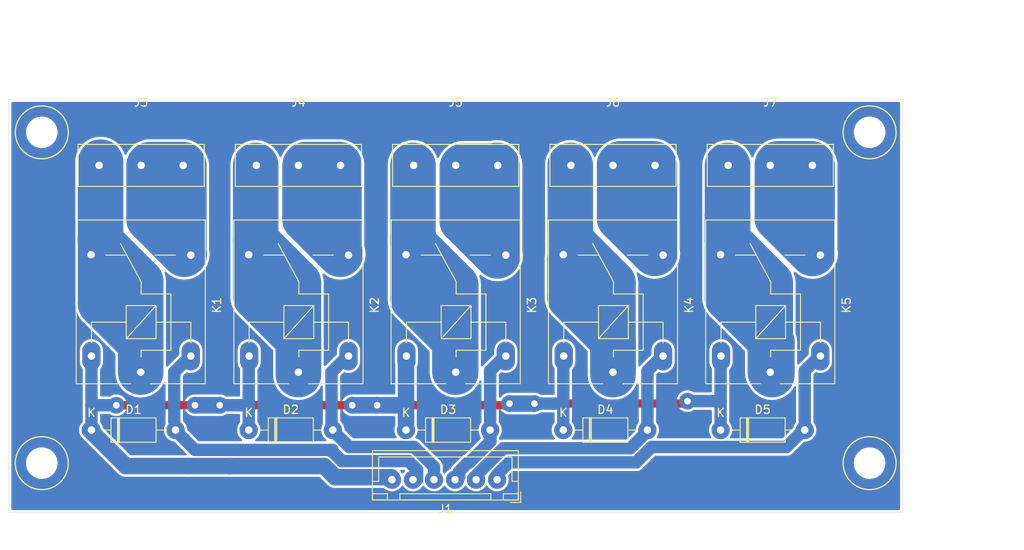
<source format=kicad_pcb>
(kicad_pcb (version 20171130) (host pcbnew "(5.1.6)-1")

  (general
    (thickness 1.6)
    (drawings 6)
    (tracks 147)
    (zones 0)
    (modules 20)
    (nets 17)
  )

  (page A4)
  (layers
    (0 F.Cu signal)
    (31 B.Cu signal)
    (32 B.Adhes user)
    (33 F.Adhes user)
    (34 B.Paste user)
    (35 F.Paste user)
    (36 B.SilkS user)
    (37 F.SilkS user)
    (38 B.Mask user)
    (39 F.Mask user)
    (40 Dwgs.User user)
    (41 Cmts.User user)
    (42 Eco1.User user)
    (43 Eco2.User user)
    (44 Edge.Cuts user)
    (45 Margin user)
    (46 B.CrtYd user)
    (47 F.CrtYd user)
    (48 B.Fab user)
    (49 F.Fab user)
  )

  (setup
    (last_trace_width 5.5)
    (user_trace_width 1)
    (user_trace_width 1.5)
    (user_trace_width 2)
    (user_trace_width 5)
    (user_trace_width 5.5)
    (user_trace_width 6)
    (trace_clearance 0.2)
    (zone_clearance 0.3)
    (zone_45_only no)
    (trace_min 0.2)
    (via_size 0.8)
    (via_drill 0.4)
    (via_min_size 0.4)
    (via_min_drill 0.3)
    (user_via 2 0.8)
    (uvia_size 0.3)
    (uvia_drill 0.1)
    (uvias_allowed no)
    (uvia_min_size 0.2)
    (uvia_min_drill 0.1)
    (edge_width 0.05)
    (segment_width 0.2)
    (pcb_text_width 0.3)
    (pcb_text_size 1.5 1.5)
    (mod_edge_width 0.12)
    (mod_text_size 1 1)
    (mod_text_width 0.15)
    (pad_size 3 3)
    (pad_drill 0.9)
    (pad_to_mask_clearance 0.05)
    (aux_axis_origin 40 138)
    (grid_origin 40 138)
    (visible_elements 7FFFFFFF)
    (pcbplotparams
      (layerselection 0x01040_fffffffe)
      (usegerberextensions false)
      (usegerberattributes true)
      (usegerberadvancedattributes true)
      (creategerberjobfile false)
      (excludeedgelayer true)
      (linewidth 0.100000)
      (plotframeref false)
      (viasonmask true)
      (mode 1)
      (useauxorigin true)
      (hpglpennumber 1)
      (hpglpenspeed 20)
      (hpglpendiameter 15.000000)
      (psnegative false)
      (psa4output false)
      (plotreference true)
      (plotvalue true)
      (plotinvisibletext false)
      (padsonsilk false)
      (subtractmaskfromsilk false)
      (outputformat 1)
      (mirror false)
      (drillshape 0)
      (scaleselection 1)
      (outputdirectory "plot/"))
  )

  (net 0 "")
  (net 1 RELAY1)
  (net 2 RELAY2)
  (net 3 RELAY3)
  (net 4 RELAY4)
  (net 5 RELAY5)
  (net 6 "Net-(J3-Pad1)")
  (net 7 "Net-(J4-Pad1)")
  (net 8 "Net-(J5-Pad1)")
  (net 9 "Net-(J6-Pad1)")
  (net 10 "Net-(J7-Pad1)")
  (net 11 "Net-(J3-Pad2)")
  (net 12 "Net-(J4-Pad2)")
  (net 13 "Net-(J5-Pad2)")
  (net 14 "Net-(J6-Pad2)")
  (net 15 "Net-(J7-Pad2)")
  (net 16 +5V)

  (net_class Default "This is the default net class."
    (clearance 0.2)
    (trace_width 0.25)
    (via_dia 0.8)
    (via_drill 0.4)
    (uvia_dia 0.3)
    (uvia_drill 0.1)
    (add_net +5V)
    (add_net "Net-(J3-Pad1)")
    (add_net "Net-(J3-Pad2)")
    (add_net "Net-(J4-Pad1)")
    (add_net "Net-(J4-Pad2)")
    (add_net "Net-(J5-Pad1)")
    (add_net "Net-(J5-Pad2)")
    (add_net "Net-(J6-Pad1)")
    (add_net "Net-(J6-Pad2)")
    (add_net "Net-(J7-Pad1)")
    (add_net "Net-(J7-Pad2)")
    (add_net RELAY1)
    (add_net RELAY2)
    (add_net RELAY3)
    (add_net RELAY4)
    (add_net RELAY5)
  )

  (module 0_my_footprints:myMountingHole_3.2mm_M3 (layer F.Cu) (tedit 669BF647) (tstamp 68635C06)
    (at 144 92 90)
    (descr "Mounting Hole 3.2mm, no annular, M3")
    (tags "mounting hole 3.2mm no annular m3")
    (attr virtual)
    (fp_text reference REF** (at 0 -4.2 90) (layer B.Fab)
      (effects (font (size 1 1) (thickness 0.15)))
    )
    (fp_text value myMountingHole_3.2mm_M3 (at 0 4.2 90) (layer B.Fab)
      (effects (font (size 1 1) (thickness 0.15)))
    )
    (fp_circle (center 0 0) (end 3.2 0) (layer F.SilkS) (width 0.15))
    (pad "" np_thru_hole circle (at 0 0 90) (size 3.2 3.2) (drill 3.2) (layers *.Cu *.Mask))
  )

  (module 0_my_footprints:myMountingHole_3.2mm_M3 (layer F.Cu) (tedit 669BF647) (tstamp 68635C06)
    (at 144 132 90)
    (descr "Mounting Hole 3.2mm, no annular, M3")
    (tags "mounting hole 3.2mm no annular m3")
    (attr virtual)
    (fp_text reference REF** (at 0 -4.2 90) (layer B.Fab)
      (effects (font (size 1 1) (thickness 0.15)))
    )
    (fp_text value myMountingHole_3.2mm_M3 (at 0 4.2 90) (layer B.Fab)
      (effects (font (size 1 1) (thickness 0.15)))
    )
    (fp_circle (center 0 0) (end 3.2 0) (layer F.SilkS) (width 0.15))
    (pad "" np_thru_hole circle (at 0 0 90) (size 3.2 3.2) (drill 3.2) (layers *.Cu *.Mask))
  )

  (module 0_my_footprints:myMountingHole_3.2mm_M3 (layer F.Cu) (tedit 669BF647) (tstamp 68635C06)
    (at 44 92 90)
    (descr "Mounting Hole 3.2mm, no annular, M3")
    (tags "mounting hole 3.2mm no annular m3")
    (attr virtual)
    (fp_text reference REF** (at 0 -4.2 90) (layer B.Fab)
      (effects (font (size 1 1) (thickness 0.15)))
    )
    (fp_text value myMountingHole_3.2mm_M3 (at 0 4.2 90) (layer B.Fab)
      (effects (font (size 1 1) (thickness 0.15)))
    )
    (fp_circle (center 0 0) (end 3.2 0) (layer F.SilkS) (width 0.15))
    (pad "" np_thru_hole circle (at 0 0 90) (size 3.2 3.2) (drill 3.2) (layers *.Cu *.Mask))
  )

  (module 0_my_footprints:myMountingHole_3.2mm_M3 (layer F.Cu) (tedit 669BF647) (tstamp 68635C05)
    (at 44 132 90)
    (descr "Mounting Hole 3.2mm, no annular, M3")
    (tags "mounting hole 3.2mm no annular m3")
    (attr virtual)
    (fp_text reference REF** (at 0 -4.2 90) (layer B.Fab)
      (effects (font (size 1 1) (thickness 0.15)))
    )
    (fp_text value myMountingHole_3.2mm_M3 (at 0 4.2 90) (layer B.Fab)
      (effects (font (size 1 1) (thickness 0.15)))
    )
    (fp_circle (center 0 0) (end 3.2 0) (layer F.SilkS) (width 0.15))
    (pad "" np_thru_hole circle (at 0 0 90) (size 3.2 3.2) (drill 3.2) (layers *.Cu *.Mask))
  )

  (module 0_my_footprints2:myRelay2 (layer F.Cu) (tedit 6866A5A0) (tstamp 68634B86)
    (at 55.95 121 90)
    (descr "relay Sanyou SRD series Form C http://www.sanyourelay.ca/public/products/pdf/SRD.pdf")
    (tags "relay Sanyu SRD form C")
    (path /68807E0B)
    (fp_text reference K1 (at 8.1 9.2 90) (layer F.SilkS)
      (effects (font (size 1 1) (thickness 0.15)))
    )
    (fp_text value myRelay (at 8 -9.6 90) (layer F.Fab)
      (effects (font (size 1 1) (thickness 0.15)))
    )
    (fp_line (start 8.05 1.85) (end 4.05 1.85) (layer F.SilkS) (width 0.12))
    (fp_line (start 8.05 -1.75) (end 8.05 1.85) (layer F.SilkS) (width 0.12))
    (fp_line (start 4.05 -1.75) (end 8.05 -1.75) (layer F.SilkS) (width 0.12))
    (fp_line (start 4.05 1.85) (end 4.05 -1.75) (layer F.SilkS) (width 0.12))
    (fp_line (start 8.05 1.85) (end 4.05 -1.75) (layer F.SilkS) (width 0.12))
    (fp_line (start 6.05 1.85) (end 6.05 6.05) (layer F.SilkS) (width 0.12))
    (fp_line (start 6.05 -5.95) (end 6.05 -1.75) (layer F.SilkS) (width 0.12))
    (fp_line (start 2.65 0.05) (end 2.65 3.65) (layer F.SilkS) (width 0.12))
    (fp_line (start 9.45 0.05) (end 9.45 3.65) (layer F.SilkS) (width 0.12))
    (fp_line (start 9.45 3.65) (end 2.65 3.65) (layer F.SilkS) (width 0.12))
    (fp_line (start 10.95 0.05) (end 15.55 -2.45) (layer F.SilkS) (width 0.12))
    (fp_line (start 9.45 0.05) (end 10.95 0.05) (layer F.SilkS) (width 0.12))
    (fp_line (start 6.05 -5.95) (end 3.55 -5.95) (layer F.SilkS) (width 0.12))
    (fp_line (start 2.65 0.05) (end 1.85 0.05) (layer F.SilkS) (width 0.12))
    (fp_line (start 3.55 6.05) (end 6.05 6.05) (layer F.SilkS) (width 0.12))
    (fp_line (start 14.15 -4.2) (end 14.15 -1.7) (layer F.SilkS) (width 0.12))
    (fp_line (start 14.15 4.2) (end 14.15 1.75) (layer F.SilkS) (width 0.12))
    (fp_line (start -1.55 7.95) (end 18.55 7.95) (layer F.CrtYd) (width 0.05))
    (fp_line (start 18.55 -7.95) (end 18.55 7.95) (layer F.CrtYd) (width 0.05))
    (fp_line (start -1.55 7.95) (end -1.55 -7.95) (layer F.CrtYd) (width 0.05))
    (fp_line (start 18.55 -7.95) (end -1.55 -7.95) (layer F.CrtYd) (width 0.05))
    (fp_line (start -1.3 7.7) (end -1.3 -7.7) (layer F.Fab) (width 0.12))
    (fp_line (start 18.3 7.7) (end -1.3 7.7) (layer F.Fab) (width 0.12))
    (fp_line (start 18.3 -7.7) (end 18.3 7.7) (layer F.Fab) (width 0.12))
    (fp_line (start -1.3 -7.7) (end 18.3 -7.7) (layer F.Fab) (width 0.12))
    (fp_line (start 18.4 7.8) (end -1.4 7.8) (layer F.SilkS) (width 0.12))
    (fp_line (start 18.4 -7.8) (end 18.4 7.8) (layer F.SilkS) (width 0.12))
    (fp_line (start -1.4 -7.8) (end 18.4 -7.8) (layer F.SilkS) (width 0.12))
    (fp_line (start -1.4 -7.8) (end -1.4 -1.2) (layer F.SilkS) (width 0.12))
    (fp_line (start -1.4 1.2) (end -1.4 7.8) (layer F.SilkS) (width 0.12))
    (fp_text user 1 (at 0 -2.3 90) (layer F.Fab)
      (effects (font (size 1 1) (thickness 0.15)))
    )
    (fp_text user %R (at 7.1 0.025 90) (layer F.Fab)
      (effects (font (size 1 1) (thickness 0.15)))
    )
    (pad 2 thru_hole oval (at 1.95 6.05 180) (size 2.2 3.47) (drill 0.9) (layers *.Cu *.Mask F.Adhes)
      (net 1 RELAY1))
    (pad 5 thru_hole oval (at 14.15 6.05 180) (size 3 4) (drill 0.9) (layers *.Cu *.Mask F.Adhes)
      (net 11 "Net-(J3-Pad2)"))
    (pad 4 thru_hole oval (at 14.2 -6 180) (size 3 4) (drill 0.9) (layers *.Cu *.Mask F.Adhes)
      (net 6 "Net-(J3-Pad1)"))
    (pad 1 thru_hole oval (at 1.95 -5.95 180) (size 2.2 3.47) (drill 0.9) (layers *.Cu *.Mask F.Adhes)
      (net 16 +5V))
    (pad 3 thru_hole oval (at 0 0 180) (size 3 4) (drill 0.9) (layers *.Cu *.Mask F.Adhes)
      (net 6 "Net-(J3-Pad1)"))
    (model ${KISYS3DMOD}/Relay_THT.3dshapes/Relay_SPDT_SANYOU_SRD_Series_Form_C.wrl
      (at (xyz 0 0 0))
      (scale (xyz 1 1 1))
      (rotate (xyz 0 0 0))
    )
  )

  (module 0_my_footprints2:myRelay2 (layer F.Cu) (tedit 67151544) (tstamp 68634BAF)
    (at 75 121 90)
    (descr "relay Sanyou SRD series Form C http://www.sanyourelay.ca/public/products/pdf/SRD.pdf")
    (tags "relay Sanyu SRD form C")
    (path /688EFA07)
    (fp_text reference K2 (at 8.1 9.2 90) (layer F.SilkS)
      (effects (font (size 1 1) (thickness 0.15)))
    )
    (fp_text value myRelay (at 8 -9.6 90) (layer F.Fab)
      (effects (font (size 1 1) (thickness 0.15)))
    )
    (fp_line (start -1.4 1.2) (end -1.4 7.8) (layer F.SilkS) (width 0.12))
    (fp_line (start -1.4 -7.8) (end -1.4 -1.2) (layer F.SilkS) (width 0.12))
    (fp_line (start -1.4 -7.8) (end 18.4 -7.8) (layer F.SilkS) (width 0.12))
    (fp_line (start 18.4 -7.8) (end 18.4 7.8) (layer F.SilkS) (width 0.12))
    (fp_line (start 18.4 7.8) (end -1.4 7.8) (layer F.SilkS) (width 0.12))
    (fp_line (start -1.3 -7.7) (end 18.3 -7.7) (layer F.Fab) (width 0.12))
    (fp_line (start 18.3 -7.7) (end 18.3 7.7) (layer F.Fab) (width 0.12))
    (fp_line (start 18.3 7.7) (end -1.3 7.7) (layer F.Fab) (width 0.12))
    (fp_line (start -1.3 7.7) (end -1.3 -7.7) (layer F.Fab) (width 0.12))
    (fp_line (start 18.55 -7.95) (end -1.55 -7.95) (layer F.CrtYd) (width 0.05))
    (fp_line (start -1.55 7.95) (end -1.55 -7.95) (layer F.CrtYd) (width 0.05))
    (fp_line (start 18.55 -7.95) (end 18.55 7.95) (layer F.CrtYd) (width 0.05))
    (fp_line (start -1.55 7.95) (end 18.55 7.95) (layer F.CrtYd) (width 0.05))
    (fp_line (start 14.15 4.2) (end 14.15 1.75) (layer F.SilkS) (width 0.12))
    (fp_line (start 14.15 -4.2) (end 14.15 -1.7) (layer F.SilkS) (width 0.12))
    (fp_line (start 3.55 6.05) (end 6.05 6.05) (layer F.SilkS) (width 0.12))
    (fp_line (start 2.65 0.05) (end 1.85 0.05) (layer F.SilkS) (width 0.12))
    (fp_line (start 6.05 -5.95) (end 3.55 -5.95) (layer F.SilkS) (width 0.12))
    (fp_line (start 9.45 0.05) (end 10.95 0.05) (layer F.SilkS) (width 0.12))
    (fp_line (start 10.95 0.05) (end 15.55 -2.45) (layer F.SilkS) (width 0.12))
    (fp_line (start 9.45 3.65) (end 2.65 3.65) (layer F.SilkS) (width 0.12))
    (fp_line (start 9.45 0.05) (end 9.45 3.65) (layer F.SilkS) (width 0.12))
    (fp_line (start 2.65 0.05) (end 2.65 3.65) (layer F.SilkS) (width 0.12))
    (fp_line (start 6.05 -5.95) (end 6.05 -1.75) (layer F.SilkS) (width 0.12))
    (fp_line (start 6.05 1.85) (end 6.05 6.05) (layer F.SilkS) (width 0.12))
    (fp_line (start 8.05 1.85) (end 4.05 -1.75) (layer F.SilkS) (width 0.12))
    (fp_line (start 4.05 1.85) (end 4.05 -1.75) (layer F.SilkS) (width 0.12))
    (fp_line (start 4.05 -1.75) (end 8.05 -1.75) (layer F.SilkS) (width 0.12))
    (fp_line (start 8.05 -1.75) (end 8.05 1.85) (layer F.SilkS) (width 0.12))
    (fp_line (start 8.05 1.85) (end 4.05 1.85) (layer F.SilkS) (width 0.12))
    (fp_text user %R (at 7.1 0.025 90) (layer F.Fab)
      (effects (font (size 1 1) (thickness 0.15)))
    )
    (fp_text user 1 (at 0 -2.3 90) (layer F.Fab)
      (effects (font (size 1 1) (thickness 0.15)))
    )
    (pad 3 thru_hole oval (at 0 0 180) (size 3 4) (drill 0.9) (layers *.Cu *.Mask F.Adhes)
      (net 7 "Net-(J4-Pad1)"))
    (pad 1 thru_hole oval (at 1.95 -5.95 180) (size 2.2 3.47) (drill 0.9) (layers *.Cu *.Mask F.Adhes)
      (net 16 +5V))
    (pad 4 thru_hole oval (at 14.2 -6 180) (size 3 4) (drill 0.9) (layers *.Cu *.Mask F.Adhes)
      (net 7 "Net-(J4-Pad1)"))
    (pad 5 thru_hole oval (at 14.15 6.05 180) (size 3 4) (drill 0.9) (layers *.Cu *.Mask F.Adhes)
      (net 12 "Net-(J4-Pad2)"))
    (pad 2 thru_hole oval (at 1.95 6.05 180) (size 2.2 3.47) (drill 0.9) (layers *.Cu *.Mask F.Adhes)
      (net 2 RELAY2))
    (model ${KISYS3DMOD}/Relay_THT.3dshapes/Relay_SPDT_SANYOU_SRD_Series_Form_C.wrl
      (at (xyz 0 0 0))
      (scale (xyz 1 1 1))
      (rotate (xyz 0 0 0))
    )
  )

  (module 0_my_footprints2:myRelay2 (layer F.Cu) (tedit 67151544) (tstamp 68634BD8)
    (at 94 121 90)
    (descr "relay Sanyou SRD series Form C http://www.sanyourelay.ca/public/products/pdf/SRD.pdf")
    (tags "relay Sanyu SRD form C")
    (path /6881085B)
    (fp_text reference K3 (at 8.1 9.2 90) (layer F.SilkS)
      (effects (font (size 1 1) (thickness 0.15)))
    )
    (fp_text value myRelay (at 8 -9.6 90) (layer F.Fab)
      (effects (font (size 1 1) (thickness 0.15)))
    )
    (fp_line (start 8.05 1.85) (end 4.05 1.85) (layer F.SilkS) (width 0.12))
    (fp_line (start 8.05 -1.75) (end 8.05 1.85) (layer F.SilkS) (width 0.12))
    (fp_line (start 4.05 -1.75) (end 8.05 -1.75) (layer F.SilkS) (width 0.12))
    (fp_line (start 4.05 1.85) (end 4.05 -1.75) (layer F.SilkS) (width 0.12))
    (fp_line (start 8.05 1.85) (end 4.05 -1.75) (layer F.SilkS) (width 0.12))
    (fp_line (start 6.05 1.85) (end 6.05 6.05) (layer F.SilkS) (width 0.12))
    (fp_line (start 6.05 -5.95) (end 6.05 -1.75) (layer F.SilkS) (width 0.12))
    (fp_line (start 2.65 0.05) (end 2.65 3.65) (layer F.SilkS) (width 0.12))
    (fp_line (start 9.45 0.05) (end 9.45 3.65) (layer F.SilkS) (width 0.12))
    (fp_line (start 9.45 3.65) (end 2.65 3.65) (layer F.SilkS) (width 0.12))
    (fp_line (start 10.95 0.05) (end 15.55 -2.45) (layer F.SilkS) (width 0.12))
    (fp_line (start 9.45 0.05) (end 10.95 0.05) (layer F.SilkS) (width 0.12))
    (fp_line (start 6.05 -5.95) (end 3.55 -5.95) (layer F.SilkS) (width 0.12))
    (fp_line (start 2.65 0.05) (end 1.85 0.05) (layer F.SilkS) (width 0.12))
    (fp_line (start 3.55 6.05) (end 6.05 6.05) (layer F.SilkS) (width 0.12))
    (fp_line (start 14.15 -4.2) (end 14.15 -1.7) (layer F.SilkS) (width 0.12))
    (fp_line (start 14.15 4.2) (end 14.15 1.75) (layer F.SilkS) (width 0.12))
    (fp_line (start -1.55 7.95) (end 18.55 7.95) (layer F.CrtYd) (width 0.05))
    (fp_line (start 18.55 -7.95) (end 18.55 7.95) (layer F.CrtYd) (width 0.05))
    (fp_line (start -1.55 7.95) (end -1.55 -7.95) (layer F.CrtYd) (width 0.05))
    (fp_line (start 18.55 -7.95) (end -1.55 -7.95) (layer F.CrtYd) (width 0.05))
    (fp_line (start -1.3 7.7) (end -1.3 -7.7) (layer F.Fab) (width 0.12))
    (fp_line (start 18.3 7.7) (end -1.3 7.7) (layer F.Fab) (width 0.12))
    (fp_line (start 18.3 -7.7) (end 18.3 7.7) (layer F.Fab) (width 0.12))
    (fp_line (start -1.3 -7.7) (end 18.3 -7.7) (layer F.Fab) (width 0.12))
    (fp_line (start 18.4 7.8) (end -1.4 7.8) (layer F.SilkS) (width 0.12))
    (fp_line (start 18.4 -7.8) (end 18.4 7.8) (layer F.SilkS) (width 0.12))
    (fp_line (start -1.4 -7.8) (end 18.4 -7.8) (layer F.SilkS) (width 0.12))
    (fp_line (start -1.4 -7.8) (end -1.4 -1.2) (layer F.SilkS) (width 0.12))
    (fp_line (start -1.4 1.2) (end -1.4 7.8) (layer F.SilkS) (width 0.12))
    (fp_text user 1 (at 0 -2.3 90) (layer F.Fab)
      (effects (font (size 1 1) (thickness 0.15)))
    )
    (fp_text user %R (at 7.1 0.025 90) (layer F.Fab)
      (effects (font (size 1 1) (thickness 0.15)))
    )
    (pad 2 thru_hole oval (at 1.95 6.05 180) (size 2.2 3.47) (drill 0.9) (layers *.Cu *.Mask F.Adhes)
      (net 3 RELAY3))
    (pad 5 thru_hole oval (at 14.15 6.05 180) (size 3 4) (drill 0.9) (layers *.Cu *.Mask F.Adhes)
      (net 13 "Net-(J5-Pad2)"))
    (pad 4 thru_hole oval (at 14.2 -6 180) (size 3 4) (drill 0.9) (layers *.Cu *.Mask F.Adhes)
      (net 8 "Net-(J5-Pad1)"))
    (pad 1 thru_hole oval (at 1.95 -5.95 180) (size 2.2 3.47) (drill 0.9) (layers *.Cu *.Mask F.Adhes)
      (net 16 +5V))
    (pad 3 thru_hole oval (at 0 0 180) (size 3 4) (drill 0.9) (layers *.Cu *.Mask F.Adhes)
      (net 8 "Net-(J5-Pad1)"))
    (model ${KISYS3DMOD}/Relay_THT.3dshapes/Relay_SPDT_SANYOU_SRD_Series_Form_C.wrl
      (at (xyz 0 0 0))
      (scale (xyz 1 1 1))
      (rotate (xyz 0 0 0))
    )
  )

  (module 0_my_footprints2:myRelay2 (layer F.Cu) (tedit 67151544) (tstamp 68634C01)
    (at 113 121 90)
    (descr "relay Sanyou SRD series Form C http://www.sanyourelay.ca/public/products/pdf/SRD.pdf")
    (tags "relay Sanyu SRD form C")
    (path /68814C7C)
    (fp_text reference K4 (at 8.1 9.2 90) (layer F.SilkS)
      (effects (font (size 1 1) (thickness 0.15)))
    )
    (fp_text value myRelay (at 8 -9.6 90) (layer F.Fab)
      (effects (font (size 1 1) (thickness 0.15)))
    )
    (fp_line (start -1.4 1.2) (end -1.4 7.8) (layer F.SilkS) (width 0.12))
    (fp_line (start -1.4 -7.8) (end -1.4 -1.2) (layer F.SilkS) (width 0.12))
    (fp_line (start -1.4 -7.8) (end 18.4 -7.8) (layer F.SilkS) (width 0.12))
    (fp_line (start 18.4 -7.8) (end 18.4 7.8) (layer F.SilkS) (width 0.12))
    (fp_line (start 18.4 7.8) (end -1.4 7.8) (layer F.SilkS) (width 0.12))
    (fp_line (start -1.3 -7.7) (end 18.3 -7.7) (layer F.Fab) (width 0.12))
    (fp_line (start 18.3 -7.7) (end 18.3 7.7) (layer F.Fab) (width 0.12))
    (fp_line (start 18.3 7.7) (end -1.3 7.7) (layer F.Fab) (width 0.12))
    (fp_line (start -1.3 7.7) (end -1.3 -7.7) (layer F.Fab) (width 0.12))
    (fp_line (start 18.55 -7.95) (end -1.55 -7.95) (layer F.CrtYd) (width 0.05))
    (fp_line (start -1.55 7.95) (end -1.55 -7.95) (layer F.CrtYd) (width 0.05))
    (fp_line (start 18.55 -7.95) (end 18.55 7.95) (layer F.CrtYd) (width 0.05))
    (fp_line (start -1.55 7.95) (end 18.55 7.95) (layer F.CrtYd) (width 0.05))
    (fp_line (start 14.15 4.2) (end 14.15 1.75) (layer F.SilkS) (width 0.12))
    (fp_line (start 14.15 -4.2) (end 14.15 -1.7) (layer F.SilkS) (width 0.12))
    (fp_line (start 3.55 6.05) (end 6.05 6.05) (layer F.SilkS) (width 0.12))
    (fp_line (start 2.65 0.05) (end 1.85 0.05) (layer F.SilkS) (width 0.12))
    (fp_line (start 6.05 -5.95) (end 3.55 -5.95) (layer F.SilkS) (width 0.12))
    (fp_line (start 9.45 0.05) (end 10.95 0.05) (layer F.SilkS) (width 0.12))
    (fp_line (start 10.95 0.05) (end 15.55 -2.45) (layer F.SilkS) (width 0.12))
    (fp_line (start 9.45 3.65) (end 2.65 3.65) (layer F.SilkS) (width 0.12))
    (fp_line (start 9.45 0.05) (end 9.45 3.65) (layer F.SilkS) (width 0.12))
    (fp_line (start 2.65 0.05) (end 2.65 3.65) (layer F.SilkS) (width 0.12))
    (fp_line (start 6.05 -5.95) (end 6.05 -1.75) (layer F.SilkS) (width 0.12))
    (fp_line (start 6.05 1.85) (end 6.05 6.05) (layer F.SilkS) (width 0.12))
    (fp_line (start 8.05 1.85) (end 4.05 -1.75) (layer F.SilkS) (width 0.12))
    (fp_line (start 4.05 1.85) (end 4.05 -1.75) (layer F.SilkS) (width 0.12))
    (fp_line (start 4.05 -1.75) (end 8.05 -1.75) (layer F.SilkS) (width 0.12))
    (fp_line (start 8.05 -1.75) (end 8.05 1.85) (layer F.SilkS) (width 0.12))
    (fp_line (start 8.05 1.85) (end 4.05 1.85) (layer F.SilkS) (width 0.12))
    (fp_text user %R (at 7.1 0.025 90) (layer F.Fab)
      (effects (font (size 1 1) (thickness 0.15)))
    )
    (fp_text user 1 (at 0 -2.3 90) (layer F.Fab)
      (effects (font (size 1 1) (thickness 0.15)))
    )
    (pad 3 thru_hole oval (at 0 0 180) (size 3 4) (drill 0.9) (layers *.Cu *.Mask F.Adhes)
      (net 9 "Net-(J6-Pad1)"))
    (pad 1 thru_hole oval (at 1.95 -5.95 180) (size 2.2 3.47) (drill 0.9) (layers *.Cu *.Mask F.Adhes)
      (net 16 +5V))
    (pad 4 thru_hole oval (at 14.2 -6 180) (size 3 4) (drill 0.9) (layers *.Cu *.Mask F.Adhes)
      (net 9 "Net-(J6-Pad1)"))
    (pad 5 thru_hole oval (at 14.15 6.05 180) (size 3 4) (drill 0.9) (layers *.Cu *.Mask F.Adhes)
      (net 14 "Net-(J6-Pad2)"))
    (pad 2 thru_hole oval (at 1.95 6.05 180) (size 2.2 3.47) (drill 0.9) (layers *.Cu *.Mask F.Adhes)
      (net 4 RELAY4))
    (model ${KISYS3DMOD}/Relay_THT.3dshapes/Relay_SPDT_SANYOU_SRD_Series_Form_C.wrl
      (at (xyz 0 0 0))
      (scale (xyz 1 1 1))
      (rotate (xyz 0 0 0))
    )
  )

  (module 0_my_footprints2:myRelay2 (layer F.Cu) (tedit 67151544) (tstamp 68634C2A)
    (at 132 121 90)
    (descr "relay Sanyou SRD series Form C http://www.sanyourelay.ca/public/products/pdf/SRD.pdf")
    (tags "relay Sanyu SRD form C")
    (path /688EFA0D)
    (fp_text reference K5 (at 8.1 9.2 90) (layer F.SilkS)
      (effects (font (size 1 1) (thickness 0.15)))
    )
    (fp_text value myRelay (at 8 -9.6 90) (layer F.Fab)
      (effects (font (size 1 1) (thickness 0.15)))
    )
    (fp_line (start 8.05 1.85) (end 4.05 1.85) (layer F.SilkS) (width 0.12))
    (fp_line (start 8.05 -1.75) (end 8.05 1.85) (layer F.SilkS) (width 0.12))
    (fp_line (start 4.05 -1.75) (end 8.05 -1.75) (layer F.SilkS) (width 0.12))
    (fp_line (start 4.05 1.85) (end 4.05 -1.75) (layer F.SilkS) (width 0.12))
    (fp_line (start 8.05 1.85) (end 4.05 -1.75) (layer F.SilkS) (width 0.12))
    (fp_line (start 6.05 1.85) (end 6.05 6.05) (layer F.SilkS) (width 0.12))
    (fp_line (start 6.05 -5.95) (end 6.05 -1.75) (layer F.SilkS) (width 0.12))
    (fp_line (start 2.65 0.05) (end 2.65 3.65) (layer F.SilkS) (width 0.12))
    (fp_line (start 9.45 0.05) (end 9.45 3.65) (layer F.SilkS) (width 0.12))
    (fp_line (start 9.45 3.65) (end 2.65 3.65) (layer F.SilkS) (width 0.12))
    (fp_line (start 10.95 0.05) (end 15.55 -2.45) (layer F.SilkS) (width 0.12))
    (fp_line (start 9.45 0.05) (end 10.95 0.05) (layer F.SilkS) (width 0.12))
    (fp_line (start 6.05 -5.95) (end 3.55 -5.95) (layer F.SilkS) (width 0.12))
    (fp_line (start 2.65 0.05) (end 1.85 0.05) (layer F.SilkS) (width 0.12))
    (fp_line (start 3.55 6.05) (end 6.05 6.05) (layer F.SilkS) (width 0.12))
    (fp_line (start 14.15 -4.2) (end 14.15 -1.7) (layer F.SilkS) (width 0.12))
    (fp_line (start 14.15 4.2) (end 14.15 1.75) (layer F.SilkS) (width 0.12))
    (fp_line (start -1.55 7.95) (end 18.55 7.95) (layer F.CrtYd) (width 0.05))
    (fp_line (start 18.55 -7.95) (end 18.55 7.95) (layer F.CrtYd) (width 0.05))
    (fp_line (start -1.55 7.95) (end -1.55 -7.95) (layer F.CrtYd) (width 0.05))
    (fp_line (start 18.55 -7.95) (end -1.55 -7.95) (layer F.CrtYd) (width 0.05))
    (fp_line (start -1.3 7.7) (end -1.3 -7.7) (layer F.Fab) (width 0.12))
    (fp_line (start 18.3 7.7) (end -1.3 7.7) (layer F.Fab) (width 0.12))
    (fp_line (start 18.3 -7.7) (end 18.3 7.7) (layer F.Fab) (width 0.12))
    (fp_line (start -1.3 -7.7) (end 18.3 -7.7) (layer F.Fab) (width 0.12))
    (fp_line (start 18.4 7.8) (end -1.4 7.8) (layer F.SilkS) (width 0.12))
    (fp_line (start 18.4 -7.8) (end 18.4 7.8) (layer F.SilkS) (width 0.12))
    (fp_line (start -1.4 -7.8) (end 18.4 -7.8) (layer F.SilkS) (width 0.12))
    (fp_line (start -1.4 -7.8) (end -1.4 -1.2) (layer F.SilkS) (width 0.12))
    (fp_line (start -1.4 1.2) (end -1.4 7.8) (layer F.SilkS) (width 0.12))
    (fp_text user 1 (at 0 -2.3 90) (layer F.Fab)
      (effects (font (size 1 1) (thickness 0.15)))
    )
    (fp_text user %R (at 7.1 0.025 90) (layer F.Fab)
      (effects (font (size 1 1) (thickness 0.15)))
    )
    (pad 2 thru_hole oval (at 1.95 6.05 180) (size 2.2 3.47) (drill 0.9) (layers *.Cu *.Mask F.Adhes)
      (net 5 RELAY5))
    (pad 5 thru_hole oval (at 14.15 6.05 180) (size 3 4) (drill 0.9) (layers *.Cu *.Mask F.Adhes)
      (net 15 "Net-(J7-Pad2)"))
    (pad 4 thru_hole oval (at 14.2 -6 180) (size 3 4) (drill 0.9) (layers *.Cu *.Mask F.Adhes)
      (net 10 "Net-(J7-Pad1)"))
    (pad 1 thru_hole oval (at 1.95 -5.95 180) (size 2.2 3.47) (drill 0.9) (layers *.Cu *.Mask F.Adhes)
      (net 16 +5V))
    (pad 3 thru_hole oval (at 0 0 180) (size 3 4) (drill 0.9) (layers *.Cu *.Mask F.Adhes)
      (net 10 "Net-(J7-Pad1)"))
    (model ${KISYS3DMOD}/Relay_THT.3dshapes/Relay_SPDT_SANYOU_SRD_Series_Form_C.wrl
      (at (xyz 0 0 0))
      (scale (xyz 1 1 1))
      (rotate (xyz 0 0 0))
    )
  )

  (module Diode_THT:D_DO-41_SOD81_P10.16mm_Horizontal (layer F.Cu) (tedit 6866A5CE) (tstamp 68636741)
    (at 50 128)
    (descr "Diode, DO-41_SOD81 series, Axial, Horizontal, pin pitch=10.16mm, , length*diameter=5.2*2.7mm^2, , http://www.diodes.com/_files/packages/DO-41%20(Plastic).pdf")
    (tags "Diode DO-41_SOD81 series Axial Horizontal pin pitch 10.16mm  length 5.2mm diameter 2.7mm")
    (path /688EFA06)
    (fp_text reference D1 (at 5.08 -2.47) (layer F.SilkS)
      (effects (font (size 1 1) (thickness 0.15)))
    )
    (fp_text value 1N4001 (at 5.08 3.47) (layer F.Fab)
      (effects (font (size 1 1) (thickness 0.15)))
    )
    (fp_line (start 11.51 -1.6) (end -1.35 -1.6) (layer F.CrtYd) (width 0.05))
    (fp_line (start 11.51 1.6) (end 11.51 -1.6) (layer F.CrtYd) (width 0.05))
    (fp_line (start -1.35 1.6) (end 11.51 1.6) (layer F.CrtYd) (width 0.05))
    (fp_line (start -1.35 -1.6) (end -1.35 1.6) (layer F.CrtYd) (width 0.05))
    (fp_line (start 3.14 -1.47) (end 3.14 1.47) (layer F.SilkS) (width 0.12))
    (fp_line (start 3.38 -1.47) (end 3.38 1.47) (layer F.SilkS) (width 0.12))
    (fp_line (start 3.26 -1.47) (end 3.26 1.47) (layer F.SilkS) (width 0.12))
    (fp_line (start 8.82 0) (end 7.8 0) (layer F.SilkS) (width 0.12))
    (fp_line (start 1.34 0) (end 2.36 0) (layer F.SilkS) (width 0.12))
    (fp_line (start 7.8 -1.47) (end 2.36 -1.47) (layer F.SilkS) (width 0.12))
    (fp_line (start 7.8 1.47) (end 7.8 -1.47) (layer F.SilkS) (width 0.12))
    (fp_line (start 2.36 1.47) (end 7.8 1.47) (layer F.SilkS) (width 0.12))
    (fp_line (start 2.36 -1.47) (end 2.36 1.47) (layer F.SilkS) (width 0.12))
    (fp_line (start 3.16 -1.35) (end 3.16 1.35) (layer F.Fab) (width 0.1))
    (fp_line (start 3.36 -1.35) (end 3.36 1.35) (layer F.Fab) (width 0.1))
    (fp_line (start 3.26 -1.35) (end 3.26 1.35) (layer F.Fab) (width 0.1))
    (fp_line (start 10.16 0) (end 7.68 0) (layer F.Fab) (width 0.1))
    (fp_line (start 0 0) (end 2.48 0) (layer F.Fab) (width 0.1))
    (fp_line (start 7.68 -1.35) (end 2.48 -1.35) (layer F.Fab) (width 0.1))
    (fp_line (start 7.68 1.35) (end 7.68 -1.35) (layer F.Fab) (width 0.1))
    (fp_line (start 2.48 1.35) (end 7.68 1.35) (layer F.Fab) (width 0.1))
    (fp_line (start 2.48 -1.35) (end 2.48 1.35) (layer F.Fab) (width 0.1))
    (fp_text user %R (at 5.47 0 -90) (layer F.Fab)
      (effects (font (size 1 1) (thickness 0.15)))
    )
    (fp_text user K (at 0 -2.1) (layer F.Fab)
      (effects (font (size 1 1) (thickness 0.15)))
    )
    (fp_text user K (at 0 -2.1) (layer F.SilkS)
      (effects (font (size 1 1) (thickness 0.15)))
    )
    (pad 1 thru_hole circle (at 0 0) (size 2.2 2.2) (drill 0.9) (layers *.Cu *.Mask)
      (net 16 +5V))
    (pad 2 thru_hole circle (at 10.16 0) (size 2.2 2.2) (drill 0.9) (layers *.Cu *.Mask)
      (net 1 RELAY1))
    (model ${KISYS3DMOD}/Diode_THT.3dshapes/D_DO-41_SOD81_P10.16mm_Horizontal.wrl
      (at (xyz 0 0 0))
      (scale (xyz 1 1 1))
      (rotate (xyz 0 0 0))
    )
  )

  (module Diode_THT:D_DO-41_SOD81_P10.16mm_Horizontal (layer F.Cu) (tedit 5AE50CD5) (tstamp 68636760)
    (at 69 128)
    (descr "Diode, DO-41_SOD81 series, Axial, Horizontal, pin pitch=10.16mm, , length*diameter=5.2*2.7mm^2, , http://www.diodes.com/_files/packages/DO-41%20(Plastic).pdf")
    (tags "Diode DO-41_SOD81 series Axial Horizontal pin pitch 10.16mm  length 5.2mm diameter 2.7mm")
    (path /6880C140)
    (fp_text reference D2 (at 5.08 -2.47) (layer F.SilkS)
      (effects (font (size 1 1) (thickness 0.15)))
    )
    (fp_text value 1N4001 (at 5.08 2.47) (layer F.Fab)
      (effects (font (size 1 1) (thickness 0.15)))
    )
    (fp_line (start 11.51 -1.6) (end -1.35 -1.6) (layer F.CrtYd) (width 0.05))
    (fp_line (start 11.51 1.6) (end 11.51 -1.6) (layer F.CrtYd) (width 0.05))
    (fp_line (start -1.35 1.6) (end 11.51 1.6) (layer F.CrtYd) (width 0.05))
    (fp_line (start -1.35 -1.6) (end -1.35 1.6) (layer F.CrtYd) (width 0.05))
    (fp_line (start 3.14 -1.47) (end 3.14 1.47) (layer F.SilkS) (width 0.12))
    (fp_line (start 3.38 -1.47) (end 3.38 1.47) (layer F.SilkS) (width 0.12))
    (fp_line (start 3.26 -1.47) (end 3.26 1.47) (layer F.SilkS) (width 0.12))
    (fp_line (start 8.82 0) (end 7.8 0) (layer F.SilkS) (width 0.12))
    (fp_line (start 1.34 0) (end 2.36 0) (layer F.SilkS) (width 0.12))
    (fp_line (start 7.8 -1.47) (end 2.36 -1.47) (layer F.SilkS) (width 0.12))
    (fp_line (start 7.8 1.47) (end 7.8 -1.47) (layer F.SilkS) (width 0.12))
    (fp_line (start 2.36 1.47) (end 7.8 1.47) (layer F.SilkS) (width 0.12))
    (fp_line (start 2.36 -1.47) (end 2.36 1.47) (layer F.SilkS) (width 0.12))
    (fp_line (start 3.16 -1.35) (end 3.16 1.35) (layer F.Fab) (width 0.1))
    (fp_line (start 3.36 -1.35) (end 3.36 1.35) (layer F.Fab) (width 0.1))
    (fp_line (start 3.26 -1.35) (end 3.26 1.35) (layer F.Fab) (width 0.1))
    (fp_line (start 10.16 0) (end 7.68 0) (layer F.Fab) (width 0.1))
    (fp_line (start 0 0) (end 2.48 0) (layer F.Fab) (width 0.1))
    (fp_line (start 7.68 -1.35) (end 2.48 -1.35) (layer F.Fab) (width 0.1))
    (fp_line (start 7.68 1.35) (end 7.68 -1.35) (layer F.Fab) (width 0.1))
    (fp_line (start 2.48 1.35) (end 7.68 1.35) (layer F.Fab) (width 0.1))
    (fp_line (start 2.48 -1.35) (end 2.48 1.35) (layer F.Fab) (width 0.1))
    (fp_text user %R (at 5.47 0) (layer F.Fab)
      (effects (font (size 1 1) (thickness 0.15)))
    )
    (fp_text user K (at 0 -2.1) (layer F.Fab)
      (effects (font (size 1 1) (thickness 0.15)))
    )
    (fp_text user K (at 0 -2.1) (layer F.SilkS)
      (effects (font (size 1 1) (thickness 0.15)))
    )
    (pad 1 thru_hole circle (at 0 0) (size 2.2 2.2) (drill 0.9) (layers *.Cu *.Mask)
      (net 16 +5V))
    (pad 2 thru_hole circle (at 10.16 0) (size 2.2 2.2) (drill 0.9) (layers *.Cu *.Mask)
      (net 2 RELAY2))
    (model ${KISYS3DMOD}/Diode_THT.3dshapes/D_DO-41_SOD81_P10.16mm_Horizontal.wrl
      (at (xyz 0 0 0))
      (scale (xyz 1 1 1))
      (rotate (xyz 0 0 0))
    )
  )

  (module Diode_THT:D_DO-41_SOD81_P10.16mm_Horizontal (layer F.Cu) (tedit 5AE50CD5) (tstamp 6863677F)
    (at 88 128)
    (descr "Diode, DO-41_SOD81 series, Axial, Horizontal, pin pitch=10.16mm, , length*diameter=5.2*2.7mm^2, , http://www.diodes.com/_files/packages/DO-41%20(Plastic).pdf")
    (tags "Diode DO-41_SOD81 series Axial Horizontal pin pitch 10.16mm  length 5.2mm diameter 2.7mm")
    (path /68810867)
    (fp_text reference D3 (at 5.08 -2.47) (layer F.SilkS)
      (effects (font (size 1 1) (thickness 0.15)))
    )
    (fp_text value 1N4001 (at 5.08 2.47) (layer F.Fab)
      (effects (font (size 1 1) (thickness 0.15)))
    )
    (fp_line (start 2.48 -1.35) (end 2.48 1.35) (layer F.Fab) (width 0.1))
    (fp_line (start 2.48 1.35) (end 7.68 1.35) (layer F.Fab) (width 0.1))
    (fp_line (start 7.68 1.35) (end 7.68 -1.35) (layer F.Fab) (width 0.1))
    (fp_line (start 7.68 -1.35) (end 2.48 -1.35) (layer F.Fab) (width 0.1))
    (fp_line (start 0 0) (end 2.48 0) (layer F.Fab) (width 0.1))
    (fp_line (start 10.16 0) (end 7.68 0) (layer F.Fab) (width 0.1))
    (fp_line (start 3.26 -1.35) (end 3.26 1.35) (layer F.Fab) (width 0.1))
    (fp_line (start 3.36 -1.35) (end 3.36 1.35) (layer F.Fab) (width 0.1))
    (fp_line (start 3.16 -1.35) (end 3.16 1.35) (layer F.Fab) (width 0.1))
    (fp_line (start 2.36 -1.47) (end 2.36 1.47) (layer F.SilkS) (width 0.12))
    (fp_line (start 2.36 1.47) (end 7.8 1.47) (layer F.SilkS) (width 0.12))
    (fp_line (start 7.8 1.47) (end 7.8 -1.47) (layer F.SilkS) (width 0.12))
    (fp_line (start 7.8 -1.47) (end 2.36 -1.47) (layer F.SilkS) (width 0.12))
    (fp_line (start 1.34 0) (end 2.36 0) (layer F.SilkS) (width 0.12))
    (fp_line (start 8.82 0) (end 7.8 0) (layer F.SilkS) (width 0.12))
    (fp_line (start 3.26 -1.47) (end 3.26 1.47) (layer F.SilkS) (width 0.12))
    (fp_line (start 3.38 -1.47) (end 3.38 1.47) (layer F.SilkS) (width 0.12))
    (fp_line (start 3.14 -1.47) (end 3.14 1.47) (layer F.SilkS) (width 0.12))
    (fp_line (start -1.35 -1.6) (end -1.35 1.6) (layer F.CrtYd) (width 0.05))
    (fp_line (start -1.35 1.6) (end 11.51 1.6) (layer F.CrtYd) (width 0.05))
    (fp_line (start 11.51 1.6) (end 11.51 -1.6) (layer F.CrtYd) (width 0.05))
    (fp_line (start 11.51 -1.6) (end -1.35 -1.6) (layer F.CrtYd) (width 0.05))
    (fp_text user K (at 0 -2.1) (layer F.SilkS)
      (effects (font (size 1 1) (thickness 0.15)))
    )
    (fp_text user K (at 0 -2.1) (layer F.Fab)
      (effects (font (size 1 1) (thickness 0.15)))
    )
    (fp_text user %R (at 5.47 0) (layer F.Fab)
      (effects (font (size 1 1) (thickness 0.15)))
    )
    (pad 2 thru_hole circle (at 10.16 0) (size 2.2 2.2) (drill 0.9) (layers *.Cu *.Mask)
      (net 3 RELAY3))
    (pad 1 thru_hole circle (at 0 0) (size 2.2 2.2) (drill 0.9) (layers *.Cu *.Mask)
      (net 16 +5V))
    (model ${KISYS3DMOD}/Diode_THT.3dshapes/D_DO-41_SOD81_P10.16mm_Horizontal.wrl
      (at (xyz 0 0 0))
      (scale (xyz 1 1 1))
      (rotate (xyz 0 0 0))
    )
  )

  (module Diode_THT:D_DO-41_SOD81_P10.16mm_Horizontal (layer F.Cu) (tedit 5AE50CD5) (tstamp 6863679E)
    (at 107 128)
    (descr "Diode, DO-41_SOD81 series, Axial, Horizontal, pin pitch=10.16mm, , length*diameter=5.2*2.7mm^2, , http://www.diodes.com/_files/packages/DO-41%20(Plastic).pdf")
    (tags "Diode DO-41_SOD81 series Axial Horizontal pin pitch 10.16mm  length 5.2mm diameter 2.7mm")
    (path /68814C88)
    (fp_text reference D4 (at 5.08 -2.47) (layer F.SilkS)
      (effects (font (size 1 1) (thickness 0.15)))
    )
    (fp_text value 1N4001 (at 5.08 2.47) (layer F.Fab)
      (effects (font (size 1 1) (thickness 0.15)))
    )
    (fp_line (start 11.51 -1.6) (end -1.35 -1.6) (layer F.CrtYd) (width 0.05))
    (fp_line (start 11.51 1.6) (end 11.51 -1.6) (layer F.CrtYd) (width 0.05))
    (fp_line (start -1.35 1.6) (end 11.51 1.6) (layer F.CrtYd) (width 0.05))
    (fp_line (start -1.35 -1.6) (end -1.35 1.6) (layer F.CrtYd) (width 0.05))
    (fp_line (start 3.14 -1.47) (end 3.14 1.47) (layer F.SilkS) (width 0.12))
    (fp_line (start 3.38 -1.47) (end 3.38 1.47) (layer F.SilkS) (width 0.12))
    (fp_line (start 3.26 -1.47) (end 3.26 1.47) (layer F.SilkS) (width 0.12))
    (fp_line (start 8.82 0) (end 7.8 0) (layer F.SilkS) (width 0.12))
    (fp_line (start 1.34 0) (end 2.36 0) (layer F.SilkS) (width 0.12))
    (fp_line (start 7.8 -1.47) (end 2.36 -1.47) (layer F.SilkS) (width 0.12))
    (fp_line (start 7.8 1.47) (end 7.8 -1.47) (layer F.SilkS) (width 0.12))
    (fp_line (start 2.36 1.47) (end 7.8 1.47) (layer F.SilkS) (width 0.12))
    (fp_line (start 2.36 -1.47) (end 2.36 1.47) (layer F.SilkS) (width 0.12))
    (fp_line (start 3.16 -1.35) (end 3.16 1.35) (layer F.Fab) (width 0.1))
    (fp_line (start 3.36 -1.35) (end 3.36 1.35) (layer F.Fab) (width 0.1))
    (fp_line (start 3.26 -1.35) (end 3.26 1.35) (layer F.Fab) (width 0.1))
    (fp_line (start 10.16 0) (end 7.68 0) (layer F.Fab) (width 0.1))
    (fp_line (start 0 0) (end 2.48 0) (layer F.Fab) (width 0.1))
    (fp_line (start 7.68 -1.35) (end 2.48 -1.35) (layer F.Fab) (width 0.1))
    (fp_line (start 7.68 1.35) (end 7.68 -1.35) (layer F.Fab) (width 0.1))
    (fp_line (start 2.48 1.35) (end 7.68 1.35) (layer F.Fab) (width 0.1))
    (fp_line (start 2.48 -1.35) (end 2.48 1.35) (layer F.Fab) (width 0.1))
    (fp_text user %R (at 5.47 0) (layer F.Fab)
      (effects (font (size 1 1) (thickness 0.15)))
    )
    (fp_text user K (at 0 -2.1) (layer F.Fab)
      (effects (font (size 1 1) (thickness 0.15)))
    )
    (fp_text user K (at 0 -2.1) (layer F.SilkS)
      (effects (font (size 1 1) (thickness 0.15)))
    )
    (pad 1 thru_hole circle (at 0 0) (size 2.2 2.2) (drill 0.9) (layers *.Cu *.Mask)
      (net 16 +5V))
    (pad 2 thru_hole circle (at 10.16 0) (size 2.2 2.2) (drill 0.9) (layers *.Cu *.Mask)
      (net 4 RELAY4))
    (model ${KISYS3DMOD}/Diode_THT.3dshapes/D_DO-41_SOD81_P10.16mm_Horizontal.wrl
      (at (xyz 0 0 0))
      (scale (xyz 1 1 1))
      (rotate (xyz 0 0 0))
    )
  )

  (module Diode_THT:D_DO-41_SOD81_P10.16mm_Horizontal (layer F.Cu) (tedit 5AE50CD5) (tstamp 686367BD)
    (at 126 128)
    (descr "Diode, DO-41_SOD81 series, Axial, Horizontal, pin pitch=10.16mm, , length*diameter=5.2*2.7mm^2, , http://www.diodes.com/_files/packages/DO-41%20(Plastic).pdf")
    (tags "Diode DO-41_SOD81 series Axial Horizontal pin pitch 10.16mm  length 5.2mm diameter 2.7mm")
    (path /688EFA0E)
    (fp_text reference D5 (at 5.08 -2.47) (layer F.SilkS)
      (effects (font (size 1 1) (thickness 0.15)))
    )
    (fp_text value 1N4001 (at 5.08 2.47) (layer F.Fab)
      (effects (font (size 1 1) (thickness 0.15)))
    )
    (fp_line (start 2.48 -1.35) (end 2.48 1.35) (layer F.Fab) (width 0.1))
    (fp_line (start 2.48 1.35) (end 7.68 1.35) (layer F.Fab) (width 0.1))
    (fp_line (start 7.68 1.35) (end 7.68 -1.35) (layer F.Fab) (width 0.1))
    (fp_line (start 7.68 -1.35) (end 2.48 -1.35) (layer F.Fab) (width 0.1))
    (fp_line (start 0 0) (end 2.48 0) (layer F.Fab) (width 0.1))
    (fp_line (start 10.16 0) (end 7.68 0) (layer F.Fab) (width 0.1))
    (fp_line (start 3.26 -1.35) (end 3.26 1.35) (layer F.Fab) (width 0.1))
    (fp_line (start 3.36 -1.35) (end 3.36 1.35) (layer F.Fab) (width 0.1))
    (fp_line (start 3.16 -1.35) (end 3.16 1.35) (layer F.Fab) (width 0.1))
    (fp_line (start 2.36 -1.47) (end 2.36 1.47) (layer F.SilkS) (width 0.12))
    (fp_line (start 2.36 1.47) (end 7.8 1.47) (layer F.SilkS) (width 0.12))
    (fp_line (start 7.8 1.47) (end 7.8 -1.47) (layer F.SilkS) (width 0.12))
    (fp_line (start 7.8 -1.47) (end 2.36 -1.47) (layer F.SilkS) (width 0.12))
    (fp_line (start 1.34 0) (end 2.36 0) (layer F.SilkS) (width 0.12))
    (fp_line (start 8.82 0) (end 7.8 0) (layer F.SilkS) (width 0.12))
    (fp_line (start 3.26 -1.47) (end 3.26 1.47) (layer F.SilkS) (width 0.12))
    (fp_line (start 3.38 -1.47) (end 3.38 1.47) (layer F.SilkS) (width 0.12))
    (fp_line (start 3.14 -1.47) (end 3.14 1.47) (layer F.SilkS) (width 0.12))
    (fp_line (start -1.35 -1.6) (end -1.35 1.6) (layer F.CrtYd) (width 0.05))
    (fp_line (start -1.35 1.6) (end 11.51 1.6) (layer F.CrtYd) (width 0.05))
    (fp_line (start 11.51 1.6) (end 11.51 -1.6) (layer F.CrtYd) (width 0.05))
    (fp_line (start 11.51 -1.6) (end -1.35 -1.6) (layer F.CrtYd) (width 0.05))
    (fp_text user K (at 0 -2.1) (layer F.SilkS)
      (effects (font (size 1 1) (thickness 0.15)))
    )
    (fp_text user K (at 0 -2.1) (layer F.Fab)
      (effects (font (size 1 1) (thickness 0.15)))
    )
    (fp_text user %R (at 5.47 0) (layer F.Fab)
      (effects (font (size 1 1) (thickness 0.15)))
    )
    (pad 2 thru_hole circle (at 10.16 0) (size 2.2 2.2) (drill 0.9) (layers *.Cu *.Mask)
      (net 5 RELAY5))
    (pad 1 thru_hole circle (at 0 0) (size 2.2 2.2) (drill 0.9) (layers *.Cu *.Mask)
      (net 16 +5V))
    (model ${KISYS3DMOD}/Diode_THT.3dshapes/D_DO-41_SOD81_P10.16mm_Horizontal.wrl
      (at (xyz 0 0 0))
      (scale (xyz 1 1 1))
      (rotate (xyz 0 0 0))
    )
  )

  (module 0_my_footprints:myJSTx06 (layer F.Cu) (tedit 6866A60C) (tstamp 686367EA)
    (at 99 134 180)
    (descr "JST XH series connector, B6B-XH-A (http://www.jst-mfg.com/product/pdf/eng/eXH.pdf), generated with kicad-footprint-generator")
    (tags "connector JST XH vertical")
    (path /688802E5)
    (fp_text reference J1 (at 6.25 -3.55) (layer F.SilkS)
      (effects (font (size 1 1) (thickness 0.15)))
    )
    (fp_text value RELAYS (at 6.25 4.6) (layer F.Fab)
      (effects (font (size 1 1) (thickness 0.15)))
    )
    (fp_line (start -2.85 -2.75) (end -2.85 -1.5) (layer F.SilkS) (width 0.12))
    (fp_line (start -1.6 -2.75) (end -2.85 -2.75) (layer F.SilkS) (width 0.12))
    (fp_line (start 14.3 2.75) (end 6.25 2.75) (layer F.SilkS) (width 0.12))
    (fp_line (start 14.3 -0.2) (end 14.3 2.75) (layer F.SilkS) (width 0.12))
    (fp_line (start 15.05 -0.2) (end 14.3 -0.2) (layer F.SilkS) (width 0.12))
    (fp_line (start -1.8 2.75) (end 6.25 2.75) (layer F.SilkS) (width 0.12))
    (fp_line (start -1.8 -0.2) (end -1.8 2.75) (layer F.SilkS) (width 0.12))
    (fp_line (start -2.55 -0.2) (end -1.8 -0.2) (layer F.SilkS) (width 0.12))
    (fp_line (start 15.05 -2.45) (end 13.25 -2.45) (layer F.SilkS) (width 0.12))
    (fp_line (start 15.05 -1.7) (end 15.05 -2.45) (layer F.SilkS) (width 0.12))
    (fp_line (start 13.25 -1.7) (end 15.05 -1.7) (layer F.SilkS) (width 0.12))
    (fp_line (start 13.25 -2.45) (end 13.25 -1.7) (layer F.SilkS) (width 0.12))
    (fp_line (start -0.75 -2.45) (end -2.55 -2.45) (layer F.SilkS) (width 0.12))
    (fp_line (start -0.75 -1.7) (end -0.75 -2.45) (layer F.SilkS) (width 0.12))
    (fp_line (start -2.55 -1.7) (end -0.75 -1.7) (layer F.SilkS) (width 0.12))
    (fp_line (start -2.55 -2.45) (end -2.55 -1.7) (layer F.SilkS) (width 0.12))
    (fp_line (start 11.75 -2.45) (end 0.75 -2.45) (layer F.SilkS) (width 0.12))
    (fp_line (start 11.75 -1.7) (end 11.75 -2.45) (layer F.SilkS) (width 0.12))
    (fp_line (start 0.75 -1.7) (end 11.75 -1.7) (layer F.SilkS) (width 0.12))
    (fp_line (start 0.75 -2.45) (end 0.75 -1.7) (layer F.SilkS) (width 0.12))
    (fp_line (start 0 -1.35) (end 0.625 -2.35) (layer F.Fab) (width 0.1))
    (fp_line (start -0.625 -2.35) (end 0 -1.35) (layer F.Fab) (width 0.1))
    (fp_line (start 15.45 -2.85) (end -2.95 -2.85) (layer F.CrtYd) (width 0.05))
    (fp_line (start 15.45 3.9) (end 15.45 -2.85) (layer F.CrtYd) (width 0.05))
    (fp_line (start -2.95 3.9) (end 15.45 3.9) (layer F.CrtYd) (width 0.05))
    (fp_line (start -2.95 -2.85) (end -2.95 3.9) (layer F.CrtYd) (width 0.05))
    (fp_line (start 15.06 -2.46) (end -2.56 -2.46) (layer F.SilkS) (width 0.12))
    (fp_line (start 15.06 3.51) (end 15.06 -2.46) (layer F.SilkS) (width 0.12))
    (fp_line (start -2.56 3.51) (end 15.06 3.51) (layer F.SilkS) (width 0.12))
    (fp_line (start -2.56 -2.46) (end -2.56 3.51) (layer F.SilkS) (width 0.12))
    (fp_line (start 14.95 -2.35) (end -2.45 -2.35) (layer F.Fab) (width 0.1))
    (fp_line (start 14.95 3.4) (end 14.95 -2.35) (layer F.Fab) (width 0.1))
    (fp_line (start -2.45 3.4) (end 14.95 3.4) (layer F.Fab) (width 0.1))
    (fp_line (start -2.45 -2.35) (end -2.45 3.4) (layer F.Fab) (width 0.1))
    (fp_text user %R (at 6.25 2.7) (layer F.Fab)
      (effects (font (size 1 1) (thickness 0.15)))
    )
    (pad 1 thru_hole circle (at 0 0 180) (size 2.2 2.2) (drill 0.9) (layers *.Cu *.Mask)
      (net 5 RELAY5))
    (pad 2 thru_hole circle (at 2.54 0 180) (size 2.2 2.2) (drill 0.9) (layers *.Cu *.Mask)
      (net 4 RELAY4))
    (pad 3 thru_hole circle (at 5.08 0 180) (size 2.2 2.2) (drill 0.9) (layers *.Cu *.Mask)
      (net 3 RELAY3))
    (pad 4 thru_hole circle (at 7.62 0 180) (size 2.2 2.2) (drill 0.9) (layers *.Cu *.Mask)
      (net 2 RELAY2))
    (pad 5 thru_hole circle (at 10.16 0 180) (size 2.2 2.2) (drill 0.9) (layers *.Cu *.Mask)
      (net 1 RELAY1))
    (pad 6 thru_hole circle (at 12.7 0 180) (size 2.2 2.2) (drill 0.9) (layers *.Cu *.Mask)
      (net 16 +5V))
    (model ${KISYS3DMOD}/Connector_JST.3dshapes/JST_XH_B6B-XH-A_1x06_P2.50mm_Vertical.wrl
      (at (xyz 0 0 0))
      (scale (xyz 1 1 1))
      (rotate (xyz 0 0 0))
    )
  )

  (module 0_my_footprints:Phoenix5.08x3 (layer F.Cu) (tedit 6866A69E) (tstamp 68637929)
    (at 56 96)
    (path /689E0340)
    (fp_text reference J3 (at 0 -7.62) (layer F.SilkS)
      (effects (font (size 1 1) (thickness 0.15)))
    )
    (fp_text value CONN1 (at 0 -5.08) (layer F.Fab)
      (effects (font (size 1 1) (thickness 0.15)))
    )
    (fp_line (start 7.62 2.54) (end -7.62 2.54) (layer F.Fab) (width 0.12))
    (fp_line (start 7.62 -8.89) (end 7.62 2.54) (layer F.Fab) (width 0.12))
    (fp_line (start -7.62 -8.89) (end 7.62 -8.89) (layer F.Fab) (width 0.12))
    (fp_line (start -7.62 2.54) (end -7.62 -8.89) (layer F.Fab) (width 0.12))
    (fp_line (start -7.62 -2.54) (end -7.62 2.54) (layer F.SilkS) (width 0.12))
    (fp_line (start -7.62 -2.54) (end 7.62 -2.54) (layer F.SilkS) (width 0.12))
    (fp_line (start 7.62 -2.54) (end 7.62 2.54) (layer F.SilkS) (width 0.12))
    (fp_line (start 7.62 2.54) (end -7.62 2.54) (layer F.SilkS) (width 0.12))
    (pad 1 thru_hole circle (at -5.08 0) (size 3 3) (drill 0.9) (layers *.Cu *.Mask)
      (net 6 "Net-(J3-Pad1)"))
    (pad 2 thru_hole circle (at 0 0) (size 3 3) (drill 0.9) (layers *.Cu *.Mask)
      (net 11 "Net-(J3-Pad2)"))
    (pad 3 thru_hole circle (at 5.08 0) (size 3 3) (drill 0.9) (layers *.Cu *.Mask)
      (net 11 "Net-(J3-Pad2)"))
    (model ${KISYS3DMOD}/Connector_Phoenix_MSTB.3dshapes/PhoenixContact_MSTBA_2,5_3-G-5,08_1x03_P5.08mm_Horizontal.wrl
      (offset (xyz 5.08 0 0))
      (scale (xyz 1 1 1))
      (rotate (xyz 0 0 180))
    )
  )

  (module 0_my_footprints:Phoenix5.08x3 (layer F.Cu) (tedit 64C390BF) (tstamp 68637937)
    (at 75 96)
    (path /68A20991)
    (fp_text reference J4 (at 0 -7.62) (layer F.SilkS)
      (effects (font (size 1 1) (thickness 0.15)))
    )
    (fp_text value CONN2 (at 0 -5.08) (layer F.Fab)
      (effects (font (size 1 1) (thickness 0.15)))
    )
    (fp_line (start 7.62 2.54) (end -7.62 2.54) (layer F.SilkS) (width 0.12))
    (fp_line (start 7.62 -2.54) (end 7.62 2.54) (layer F.SilkS) (width 0.12))
    (fp_line (start -7.62 -2.54) (end 7.62 -2.54) (layer F.SilkS) (width 0.12))
    (fp_line (start -7.62 -2.54) (end -7.62 2.54) (layer F.SilkS) (width 0.12))
    (fp_line (start -7.62 2.54) (end -7.62 -8.89) (layer F.Fab) (width 0.12))
    (fp_line (start -7.62 -8.89) (end 7.62 -8.89) (layer F.Fab) (width 0.12))
    (fp_line (start 7.62 -8.89) (end 7.62 2.54) (layer F.Fab) (width 0.12))
    (fp_line (start 7.62 2.54) (end -7.62 2.54) (layer F.Fab) (width 0.12))
    (pad 3 thru_hole circle (at 5.08 0) (size 3 3) (drill 0.9) (layers *.Cu *.Mask)
      (net 12 "Net-(J4-Pad2)"))
    (pad 2 thru_hole circle (at 0 0) (size 3 3) (drill 0.9) (layers *.Cu *.Mask)
      (net 12 "Net-(J4-Pad2)"))
    (pad 1 thru_hole circle (at -5.08 0) (size 3 3) (drill 0.9) (layers *.Cu *.Mask)
      (net 7 "Net-(J4-Pad1)"))
    (model ${KISYS3DMOD}/Connector_Phoenix_MSTB.3dshapes/PhoenixContact_MSTBA_2,5_3-G-5,08_1x03_P5.08mm_Horizontal.wrl
      (offset (xyz 5.08 0 0))
      (scale (xyz 1 1 1))
      (rotate (xyz 0 0 180))
    )
  )

  (module 0_my_footprints:Phoenix5.08x3 (layer F.Cu) (tedit 64C390BF) (tstamp 68637945)
    (at 94 96)
    (path /68A4E97C)
    (fp_text reference J5 (at 0 -7.62) (layer F.SilkS)
      (effects (font (size 1 1) (thickness 0.15)))
    )
    (fp_text value CONN3 (at 0 -5.08) (layer F.Fab)
      (effects (font (size 1 1) (thickness 0.15)))
    )
    (fp_line (start 7.62 2.54) (end -7.62 2.54) (layer F.Fab) (width 0.12))
    (fp_line (start 7.62 -8.89) (end 7.62 2.54) (layer F.Fab) (width 0.12))
    (fp_line (start -7.62 -8.89) (end 7.62 -8.89) (layer F.Fab) (width 0.12))
    (fp_line (start -7.62 2.54) (end -7.62 -8.89) (layer F.Fab) (width 0.12))
    (fp_line (start -7.62 -2.54) (end -7.62 2.54) (layer F.SilkS) (width 0.12))
    (fp_line (start -7.62 -2.54) (end 7.62 -2.54) (layer F.SilkS) (width 0.12))
    (fp_line (start 7.62 -2.54) (end 7.62 2.54) (layer F.SilkS) (width 0.12))
    (fp_line (start 7.62 2.54) (end -7.62 2.54) (layer F.SilkS) (width 0.12))
    (pad 1 thru_hole circle (at -5.08 0) (size 3 3) (drill 0.9) (layers *.Cu *.Mask)
      (net 8 "Net-(J5-Pad1)"))
    (pad 2 thru_hole circle (at 0 0) (size 3 3) (drill 0.9) (layers *.Cu *.Mask)
      (net 13 "Net-(J5-Pad2)"))
    (pad 3 thru_hole circle (at 5.08 0) (size 3 3) (drill 0.9) (layers *.Cu *.Mask)
      (net 13 "Net-(J5-Pad2)"))
    (model ${KISYS3DMOD}/Connector_Phoenix_MSTB.3dshapes/PhoenixContact_MSTBA_2,5_3-G-5,08_1x03_P5.08mm_Horizontal.wrl
      (offset (xyz 5.08 0 0))
      (scale (xyz 1 1 1))
      (rotate (xyz 0 0 180))
    )
  )

  (module 0_my_footprints:Phoenix5.08x3 (layer F.Cu) (tedit 64C390BF) (tstamp 68637953)
    (at 113 96)
    (path /68A50398)
    (fp_text reference J6 (at 0 -7.62) (layer F.SilkS)
      (effects (font (size 1 1) (thickness 0.15)))
    )
    (fp_text value CONN4 (at 0 -5.08) (layer F.Fab)
      (effects (font (size 1 1) (thickness 0.15)))
    )
    (fp_line (start 7.62 2.54) (end -7.62 2.54) (layer F.SilkS) (width 0.12))
    (fp_line (start 7.62 -2.54) (end 7.62 2.54) (layer F.SilkS) (width 0.12))
    (fp_line (start -7.62 -2.54) (end 7.62 -2.54) (layer F.SilkS) (width 0.12))
    (fp_line (start -7.62 -2.54) (end -7.62 2.54) (layer F.SilkS) (width 0.12))
    (fp_line (start -7.62 2.54) (end -7.62 -8.89) (layer F.Fab) (width 0.12))
    (fp_line (start -7.62 -8.89) (end 7.62 -8.89) (layer F.Fab) (width 0.12))
    (fp_line (start 7.62 -8.89) (end 7.62 2.54) (layer F.Fab) (width 0.12))
    (fp_line (start 7.62 2.54) (end -7.62 2.54) (layer F.Fab) (width 0.12))
    (pad 3 thru_hole circle (at 5.08 0) (size 3 3) (drill 0.9) (layers *.Cu *.Mask)
      (net 14 "Net-(J6-Pad2)"))
    (pad 2 thru_hole circle (at 0 0) (size 3 3) (drill 0.9) (layers *.Cu *.Mask)
      (net 14 "Net-(J6-Pad2)"))
    (pad 1 thru_hole circle (at -5.08 0) (size 3 3) (drill 0.9) (layers *.Cu *.Mask)
      (net 9 "Net-(J6-Pad1)"))
    (model ${KISYS3DMOD}/Connector_Phoenix_MSTB.3dshapes/PhoenixContact_MSTBA_2,5_3-G-5,08_1x03_P5.08mm_Horizontal.wrl
      (offset (xyz 5.08 0 0))
      (scale (xyz 1 1 1))
      (rotate (xyz 0 0 180))
    )
  )

  (module 0_my_footprints:Phoenix5.08x3 (layer F.Cu) (tedit 64C390BF) (tstamp 68637961)
    (at 132 96)
    (path /68A520AC)
    (fp_text reference J7 (at 0 -7.62) (layer F.SilkS)
      (effects (font (size 1 1) (thickness 0.15)))
    )
    (fp_text value CONN5 (at 0 -5.08) (layer F.Fab)
      (effects (font (size 1 1) (thickness 0.15)))
    )
    (fp_line (start 7.62 2.54) (end -7.62 2.54) (layer F.Fab) (width 0.12))
    (fp_line (start 7.62 -8.89) (end 7.62 2.54) (layer F.Fab) (width 0.12))
    (fp_line (start -7.62 -8.89) (end 7.62 -8.89) (layer F.Fab) (width 0.12))
    (fp_line (start -7.62 2.54) (end -7.62 -8.89) (layer F.Fab) (width 0.12))
    (fp_line (start -7.62 -2.54) (end -7.62 2.54) (layer F.SilkS) (width 0.12))
    (fp_line (start -7.62 -2.54) (end 7.62 -2.54) (layer F.SilkS) (width 0.12))
    (fp_line (start 7.62 -2.54) (end 7.62 2.54) (layer F.SilkS) (width 0.12))
    (fp_line (start 7.62 2.54) (end -7.62 2.54) (layer F.SilkS) (width 0.12))
    (pad 1 thru_hole circle (at -5.08 0) (size 3 3) (drill 0.9) (layers *.Cu *.Mask)
      (net 10 "Net-(J7-Pad1)"))
    (pad 2 thru_hole circle (at 0 0) (size 3 3) (drill 0.9) (layers *.Cu *.Mask)
      (net 15 "Net-(J7-Pad2)"))
    (pad 3 thru_hole circle (at 5.08 0) (size 3 3) (drill 0.9) (layers *.Cu *.Mask)
      (net 15 "Net-(J7-Pad2)"))
    (model ${KISYS3DMOD}/Connector_Phoenix_MSTB.3dshapes/PhoenixContact_MSTBA_2,5_3-G-5,08_1x03_P5.08mm_Horizontal.wrl
      (offset (xyz 5.08 0 0))
      (scale (xyz 1 1 1))
      (rotate (xyz 0 0 180))
    )
  )

  (dimension 108 (width 0.15) (layer Dwgs.User)
    (gr_text "108.000 mm" (at 94 76.7) (layer Dwgs.User)
      (effects (font (size 1 1) (thickness 0.15)))
    )
    (feature1 (pts (xy 40 88) (xy 40 77.413579)))
    (feature2 (pts (xy 148 88) (xy 148 77.413579)))
    (crossbar (pts (xy 148 78) (xy 40 78)))
    (arrow1a (pts (xy 40 78) (xy 41.126504 77.413579)))
    (arrow1b (pts (xy 40 78) (xy 41.126504 78.586421)))
    (arrow2a (pts (xy 148 78) (xy 146.873496 77.413579)))
    (arrow2b (pts (xy 148 78) (xy 146.873496 78.586421)))
  )
  (dimension 50 (width 0.15) (layer Dwgs.User)
    (gr_text "50.000 mm" (at 161.3 113 90) (layer Dwgs.User)
      (effects (font (size 1 1) (thickness 0.15)))
    )
    (feature1 (pts (xy 148 88) (xy 160.586421 88)))
    (feature2 (pts (xy 148 138) (xy 160.586421 138)))
    (crossbar (pts (xy 160 138) (xy 160 88)))
    (arrow1a (pts (xy 160 88) (xy 160.586421 89.126504)))
    (arrow1b (pts (xy 160 88) (xy 159.413579 89.126504)))
    (arrow2a (pts (xy 160 138) (xy 160.586421 136.873496)))
    (arrow2b (pts (xy 160 138) (xy 159.413579 136.873496)))
  )
  (gr_line (start 40 138) (end 148 138) (layer Edge.Cuts) (width 0.05) (tstamp 68637ECB))
  (gr_line (start 40 88) (end 40 138) (layer Edge.Cuts) (width 0.05))
  (gr_line (start 148 88) (end 40 88) (layer Edge.Cuts) (width 0.05))
  (gr_line (start 148 138) (end 148 88) (layer Edge.Cuts) (width 0.05))

  (segment (start 60 127) (end 60 121) (width 1.5) (layer B.Cu) (net 1))
  (segment (start 60 121) (end 62 119) (width 1.5) (layer B.Cu) (net 1))
  (segment (start 60.1 128) (end 60.1 127.7) (width 1.5) (layer B.Cu) (net 1))
  (segment (start 89.329999 133.970001) (end 89.329999 132.798541) (width 1.5) (layer B.Cu) (net 1))
  (segment (start 88.84 134) (end 89.3 134) (width 1.5) (layer B.Cu) (net 1))
  (segment (start 89.3 134) (end 89.329999 133.970001) (width 1.5) (layer B.Cu) (net 1))
  (segment (start 88.281469 131.750011) (end 89.329999 132.798541) (width 1.5) (layer B.Cu) (net 1))
  (segment (start 79.1 130.6) (end 79.1 130.404176) (width 1.5) (layer B.Cu) (net 1))
  (segment (start 88.281469 131.750011) (end 80.250011 131.750011) (width 1.5) (layer B.Cu) (net 1))
  (segment (start 80.250011 131.750011) (end 79.1 130.6) (width 1.5) (layer B.Cu) (net 1))
  (segment (start 67.494174 130.404176) (end 67.489998 130.4) (width 1.5) (layer B.Cu) (net 1))
  (segment (start 79.1 130.404176) (end 67.494174 130.404176) (width 1.5) (layer B.Cu) (net 1))
  (segment (start 67.489998 130.4) (end 62.5 130.4) (width 1.5) (layer B.Cu) (net 1))
  (segment (start 62.5 130.4) (end 60.2 128.1) (width 1.5) (layer B.Cu) (net 1))
  (segment (start 79 128) (end 79 124) (width 1.5) (layer B.Cu) (net 2))
  (segment (start 79 124) (end 79 121) (width 1.5) (layer B.Cu) (net 2))
  (segment (start 79 121) (end 81 119) (width 1.5) (layer B.Cu) (net 2))
  (segment (start 88.985635 130.050001) (end 81.150001 130.050001) (width 1.5) (layer B.Cu) (net 2))
  (segment (start 91.38 134) (end 91.38 132.444366) (width 1.5) (layer B.Cu) (net 2))
  (segment (start 91.38 132.444366) (end 88.985635 130.050001) (width 1.5) (layer B.Cu) (net 2))
  (segment (start 81.150001 130.050001) (end 79.4 128.3) (width 1.5) (layer B.Cu) (net 2))
  (segment (start 98.16 128) (end 98.16 120.84) (width 1.5) (layer B.Cu) (net 3))
  (segment (start 98.16 120.84) (end 100 119) (width 1.5) (layer B.Cu) (net 3))
  (segment (start 98 128.5) (end 98 128) (width 1.5) (layer B.Cu) (net 3))
  (segment (start 94.409999 133.690001) (end 94.409999 133.015999) (width 1.5) (layer B.Cu) (net 3))
  (segment (start 93.92 134) (end 94.1 134) (width 1.5) (layer B.Cu) (net 3))
  (segment (start 94.409999 133.015999) (end 95.475999 131.949999) (width 1.5) (layer B.Cu) (net 3))
  (segment (start 94.1 134) (end 94.409999 133.690001) (width 1.5) (layer B.Cu) (net 3))
  (segment (start 95.611822 131.949999) (end 98.2 129.361821) (width 1.5) (layer B.Cu) (net 3))
  (segment (start 95.475999 131.949999) (end 95.611822 131.949999) (width 1.5) (layer B.Cu) (net 3))
  (segment (start 98.2 129.361821) (end 98.2 128) (width 1.5) (layer B.Cu) (net 3))
  (segment (start 117.16 128) (end 117.16 120.84) (width 1.5) (layer B.Cu) (net 4))
  (segment (start 117.16 120.84) (end 119 119) (width 1.5) (layer B.Cu) (net 4))
  (segment (start 96.46 133.505998) (end 99.765998 130.2) (width 1.5) (layer B.Cu) (net 4))
  (segment (start 96.46 134) (end 96.46 133.505998) (width 1.5) (layer B.Cu) (net 4))
  (segment (start 99.765998 130.2) (end 115.1 130.2) (width 1.5) (layer B.Cu) (net 4))
  (segment (start 115.1 130.2) (end 117.1 128.2) (width 1.5) (layer B.Cu) (net 4))
  (segment (start 136.16 128) (end 136.16 120.84) (width 1.5) (layer B.Cu) (net 5))
  (segment (start 136.16 120.84) (end 138 119) (width 1.5) (layer B.Cu) (net 5))
  (segment (start 99 133.370174) (end 99 134) (width 1.5) (layer B.Cu) (net 5))
  (segment (start 100.470164 131.90001) (end 99 133.370174) (width 1.5) (layer B.Cu) (net 5))
  (segment (start 136.2 127.8) (end 133.949999 130.050001) (width 1.5) (layer B.Cu) (net 5))
  (segment (start 133.949999 130.050001) (end 117.654176 130.050001) (width 1.5) (layer B.Cu) (net 5))
  (segment (start 117.654176 130.050001) (end 115.804167 131.90001) (width 1.5) (layer B.Cu) (net 5))
  (segment (start 136.3 127.8) (end 136.2 127.8) (width 1.5) (layer B.Cu) (net 5))
  (segment (start 115.804167 131.90001) (end 100.470164 131.90001) (width 1.5) (layer B.Cu) (net 5))
  (segment (start 55.95 117.55) (end 51.1 112.7) (width 5.5) (layer B.Cu) (net 6))
  (segment (start 55.95 117.55) (end 55.95 120.95) (width 5.5) (layer B.Cu) (net 6))
  (segment (start 55.95 121) (end 55.95 110.05) (width 5.5) (layer B.Cu) (net 6))
  (segment (start 51.1 105.2) (end 51.1 104.8) (width 5.5) (layer B.Cu) (net 6))
  (segment (start 55.95 110.05) (end 51.1 105.2) (width 5.5) (layer B.Cu) (net 6))
  (segment (start 51.1 112.7) (end 51.1 104.8) (width 5.5) (layer B.Cu) (net 6))
  (segment (start 51.1 104.8) (end 51.1 95.6) (width 5.5) (layer B.Cu) (net 6))
  (segment (start 69.84 111.94) (end 75 117.1) (width 5.5) (layer B.Cu) (net 7))
  (segment (start 75 117.1) (end 75 121.3) (width 5.5) (layer B.Cu) (net 7))
  (segment (start 75 121) (end 75 110.2) (width 5.5) (layer B.Cu) (net 7))
  (segment (start 75 110.2) (end 69.84 105.04) (width 5.5) (layer B.Cu) (net 7))
  (segment (start 69.84 96) (end 69.84 105.04) (width 5.5) (layer B.Cu) (net 7))
  (segment (start 69.84 105.04) (end 69.84 111.94) (width 5.5) (layer B.Cu) (net 7))
  (segment (start 88.84 112.14) (end 93.9 117.2) (width 5.5) (layer B.Cu) (net 8))
  (segment (start 93.9 117.2) (end 93.9 120.9) (width 5.5) (layer B.Cu) (net 8))
  (segment (start 94 121) (end 94 110.5) (width 5.5) (layer B.Cu) (net 8))
  (segment (start 88.84 105.34) (end 88.84 104.64) (width 5.5) (layer B.Cu) (net 8))
  (segment (start 94 110.5) (end 88.84 105.34) (width 5.5) (layer B.Cu) (net 8))
  (segment (start 88.84 96) (end 88.84 104.64) (width 5.5) (layer B.Cu) (net 8))
  (segment (start 88.84 104.64) (end 88.84 112.14) (width 5.5) (layer B.Cu) (net 8))
  (segment (start 107.84 107.26) (end 107.8 107.3) (width 5.5) (layer B.Cu) (net 9))
  (segment (start 107.8 107.3) (end 107.8 112) (width 5.5) (layer B.Cu) (net 9))
  (segment (start 107.8 112) (end 113 117.2) (width 5.5) (layer B.Cu) (net 9))
  (segment (start 113 117.2) (end 113 121.3) (width 5.5) (layer B.Cu) (net 9))
  (segment (start 113 121) (end 113 110.2) (width 5.5) (layer B.Cu) (net 9))
  (segment (start 107.84 105.04) (end 107.84 102.94) (width 5.5) (layer B.Cu) (net 9))
  (segment (start 113 110.2) (end 107.84 105.04) (width 5.5) (layer B.Cu) (net 9))
  (segment (start 107.84 96) (end 107.84 102.94) (width 5.5) (layer B.Cu) (net 9))
  (segment (start 107.84 102.94) (end 107.84 107.26) (width 5.5) (layer B.Cu) (net 9))
  (segment (start 126.84 112.04) (end 132.2 117.4) (width 5.5) (layer B.Cu) (net 10))
  (segment (start 132.2 117.4) (end 132.2 121.3) (width 5.5) (layer B.Cu) (net 10))
  (segment (start 132 121) (end 132 110.2) (width 5.5) (layer B.Cu) (net 10))
  (segment (start 126.84 105.04) (end 126.84 102.04) (width 5.5) (layer B.Cu) (net 10))
  (segment (start 132 110.2) (end 126.84 105.04) (width 5.5) (layer B.Cu) (net 10))
  (segment (start 126.84 96) (end 126.84 102.04) (width 5.5) (layer B.Cu) (net 10))
  (segment (start 126.84 102.04) (end 126.84 112.04) (width 5.5) (layer B.Cu) (net 10))
  (segment (start 61.06 95.9) (end 57.06001 95.9) (width 5.5) (layer B.Cu) (net 11) (tstamp 68637708))
  (segment (start 56.96 96.00001) (end 56.96 102.5) (width 5.5) (layer B.Cu) (net 11) (tstamp 68637709))
  (segment (start 61.21 106.75) (end 56.96 102.5) (width 5.5) (layer B.Cu) (net 11) (tstamp 6863770A))
  (segment (start 61.16 96.1) (end 61.16 106.6) (width 5.5) (layer B.Cu) (net 11) (tstamp 6863770B))
  (segment (start 79.9 95.9) (end 75.90001 95.9) (width 5.5) (layer B.Cu) (net 12) (tstamp 686376D1))
  (segment (start 80.05 106.75) (end 75.8 102.5) (width 5.5) (layer B.Cu) (net 12) (tstamp 686376D2))
  (segment (start 75.8 96.00001) (end 75.8 102.5) (width 5.5) (layer B.Cu) (net 12) (tstamp 686376D3))
  (segment (start 79.9 96) (end 79.9 106.3) (width 5.5) (layer B.Cu) (net 12))
  (segment (start 98.9 96.1) (end 94.90001 96.1) (width 5.5) (layer B.Cu) (net 13) (tstamp 686376D1))
  (segment (start 99.05 106.95) (end 94.8 102.7) (width 5.5) (layer B.Cu) (net 13) (tstamp 686376D2))
  (segment (start 94.8 96.20001) (end 94.8 102.7) (width 5.5) (layer B.Cu) (net 13) (tstamp 686376D3))
  (segment (start 99 96) (end 99 106.9) (width 5.5) (layer B.Cu) (net 13))
  (segment (start 117.9 95.8) (end 113.90001 95.8) (width 5.5) (layer B.Cu) (net 14) (tstamp 686376D1))
  (segment (start 118.05 106.65) (end 113.8 102.4) (width 5.5) (layer B.Cu) (net 14) (tstamp 686376D2))
  (segment (start 113.8 95.90001) (end 113.8 102.4) (width 5.5) (layer B.Cu) (net 14) (tstamp 686376D3))
  (segment (start 118 96) (end 118 106.5) (width 5.5) (layer B.Cu) (net 14))
  (segment (start 136.96 95.8) (end 132.96001 95.8) (width 5.5) (layer B.Cu) (net 15) (tstamp 68637708))
  (segment (start 132.86 95.90001) (end 132.86 102.4) (width 5.5) (layer B.Cu) (net 15) (tstamp 68637709))
  (segment (start 137.11 106.65) (end 132.86 102.4) (width 5.5) (layer B.Cu) (net 15) (tstamp 6863770A))
  (segment (start 137.06 96) (end 137.06 106.5) (width 5.5) (layer B.Cu) (net 15) (tstamp 6863770B))
  (segment (start 50 125) (end 53 125) (width 1.5) (layer B.Cu) (net 16))
  (segment (start 50 125) (end 50 119) (width 1.5) (layer B.Cu) (net 16))
  (segment (start 50 127) (end 50 125) (width 1.5) (layer B.Cu) (net 16))
  (segment (start 69 125) (end 65.5 125) (width 1.5) (layer B.Cu) (net 16))
  (segment (start 69 125) (end 69 119) (width 1.5) (layer B.Cu) (net 16))
  (segment (start 69 128) (end 69 125) (width 1.5) (layer B.Cu) (net 16))
  (segment (start 88 125) (end 84.5 125) (width 1.5) (layer B.Cu) (net 16))
  (segment (start 107 124.5) (end 107 119) (width 1.5) (layer B.Cu) (net 16))
  (segment (start 107 124.8) (end 103.5 124.8) (width 1.5) (layer B.Cu) (net 16))
  (segment (start 107 128) (end 107 124.5) (width 1.5) (layer B.Cu) (net 16))
  (segment (start 126 124.5) (end 126 119) (width 1.5) (layer B.Cu) (net 16))
  (segment (start 126 124.5) (end 122 124.5) (width 1.5) (layer B.Cu) (net 16))
  (segment (start 126 128) (end 126 124.5) (width 1.5) (layer B.Cu) (net 16))
  (via (at 122 124.5) (size 2) (drill 0.8) (layers F.Cu B.Cu) (net 16))
  (segment (start 100.5 124.8) (end 100.5 124.8) (width 1.5) (layer B.Cu) (net 16) (tstamp 6863370E))
  (via (at 100.5 124.8) (size 2) (drill 0.8) (layers F.Cu B.Cu) (net 16))
  (via (at 103.5 124.8) (size 2) (drill 0.8) (layers F.Cu B.Cu) (net 16))
  (segment (start 81.5 125) (end 81.5 125) (width 1.5) (layer B.Cu) (net 16) (tstamp 68633712))
  (via (at 81.5 125) (size 2) (drill 0.8) (layers F.Cu B.Cu) (net 16))
  (via (at 84.5 125) (size 2) (drill 0.8) (layers F.Cu B.Cu) (net 16))
  (segment (start 62.5 125) (end 62.5 125) (width 1.5) (layer B.Cu) (net 16) (tstamp 68633716))
  (via (at 62.5 125) (size 2) (drill 0.8) (layers F.Cu B.Cu) (net 16) (status 1000000))
  (via (at 65.5 125) (size 2) (drill 0.8) (layers F.Cu B.Cu) (net 16))
  (segment (start 53 125) (end 53 125) (width 1.5) (layer B.Cu) (net 16) (tstamp 6863371A))
  (via (at 53 125) (size 2) (drill 0.8) (layers F.Cu B.Cu) (net 16))
  (segment (start 84.5 125) (end 81.5 125) (width 1.5) (layer B.Cu) (net 16) (tstamp 68633714))
  (segment (start 81.5 125) (end 88 125) (width 2) (layer B.Cu) (net 16))
  (segment (start 100.5 124.8) (end 103.5 124.8) (width 2) (layer B.Cu) (net 16))
  (segment (start 62.5 125) (end 65.5 125) (width 2) (layer B.Cu) (net 16))
  (segment (start 88 128) (end 88 118.5) (width 2) (layer B.Cu) (net 16))
  (segment (start 53 125) (end 62.5 125) (width 1) (layer F.Cu) (net 16))
  (segment (start 65.5 125) (end 81.5 125) (width 1) (layer F.Cu) (net 16))
  (segment (start 100.3 125) (end 100.5 124.8) (width 1) (layer F.Cu) (net 16))
  (segment (start 84.5 125) (end 100.3 125) (width 1) (layer F.Cu) (net 16))
  (segment (start 121.7 124.8) (end 122 124.5) (width 1) (layer F.Cu) (net 16))
  (segment (start 103.5 124.8) (end 121.7 124.8) (width 1) (layer F.Cu) (net 16))
  (segment (start 79.44229 133.70002) (end 78.096456 132.354186) (width 2) (layer B.Cu) (net 16))
  (segment (start 86.200021 133.700021) (end 79.44229 133.70002) (width 2) (layer B.Cu) (net 16))
  (segment (start 86.3 134) (end 86.3 133.8) (width 2) (layer B.Cu) (net 16))
  (segment (start 86.3 133.8) (end 86.200021 133.700021) (width 2) (layer B.Cu) (net 16))
  (segment (start 66.682278 132.35001) (end 61.69228 132.35001) (width 2) (layer B.Cu) (net 16))
  (segment (start 78.096456 132.354186) (end 66.686454 132.354186) (width 2) (layer B.Cu) (net 16))
  (segment (start 66.686454 132.354186) (end 66.682278 132.35001) (width 2) (layer B.Cu) (net 16))
  (segment (start 61.69228 132.35001) (end 54.15001 132.35001) (width 2) (layer B.Cu) (net 16))
  (segment (start 54.15001 132.35001) (end 49.8 128) (width 2) (layer B.Cu) (net 16))

  (zone (net 0) (net_name "") (layer B.Cu) (tstamp 6866AF86) (hatch edge 0.508)
    (connect_pads yes (clearance 0.3))
    (min_thickness 0.25)
    (fill yes (arc_segments 32) (thermal_gap 0.508) (thermal_bridge_width 0.508))
    (polygon
      (pts
        (xy 149 87.15625) (xy 149 138.84375) (xy 39 138.84375) (xy 39 87.15625)
      )
    )
    (filled_polygon
      (pts
        (xy 147.55 137.55) (xy 40.45 137.55) (xy 40.45 131.800555) (xy 41.975 131.800555) (xy 41.975 132.199445)
        (xy 42.05282 132.590671) (xy 42.205468 132.959197) (xy 42.42708 133.290862) (xy 42.709138 133.57292) (xy 43.040803 133.794532)
        (xy 43.409329 133.94718) (xy 43.800555 134.025) (xy 44.199445 134.025) (xy 44.590671 133.94718) (xy 44.959197 133.794532)
        (xy 45.290862 133.57292) (xy 45.57292 133.290862) (xy 45.794532 132.959197) (xy 45.94718 132.590671) (xy 46.025 132.199445)
        (xy 46.025 131.800555) (xy 45.94718 131.409329) (xy 45.794532 131.040803) (xy 45.57292 130.709138) (xy 45.290862 130.42708)
        (xy 44.959197 130.205468) (xy 44.590671 130.05282) (xy 44.199445 129.975) (xy 43.800555 129.975) (xy 43.409329 130.05282)
        (xy 43.040803 130.205468) (xy 42.709138 130.42708) (xy 42.42708 130.709138) (xy 42.205468 131.040803) (xy 42.05282 131.409329)
        (xy 41.975 131.800555) (xy 40.45 131.800555) (xy 40.45 105.2) (xy 47.909638 105.2) (xy 47.925 105.35597)
        (xy 47.925 105.355972) (xy 47.925001 105.355981) (xy 47.925 112.54403) (xy 47.909638 112.7) (xy 47.925 112.85597)
        (xy 47.925 112.855972) (xy 47.97094 113.322408) (xy 48.15249 113.920898) (xy 48.447311 114.472469) (xy 48.844073 114.955927)
        (xy 48.965234 115.055361) (xy 52.775 118.865128) (xy 52.775 121.155972) (xy 52.82094 121.622408) (xy 53.00249 122.220898)
        (xy 53.297311 122.772469) (xy 53.694073 123.255927) (xy 54.17753 123.652689) (xy 54.729101 123.94751) (xy 55.327591 124.12906)
        (xy 55.95 124.190362) (xy 56.572408 124.12906) (xy 57.170898 123.94751) (xy 57.722469 123.652689) (xy 58.205927 123.255927)
        (xy 58.602689 122.77247) (xy 58.825001 122.356554) (xy 58.825 127.057719) (xy 58.841766 127.227948) (xy 58.808562 127.277642)
        (xy 58.693605 127.555174) (xy 58.635 127.849801) (xy 58.635 128.150199) (xy 58.693605 128.444826) (xy 58.808562 128.722358)
        (xy 58.975455 128.972131) (xy 59.187869 129.184545) (xy 59.437642 129.351438) (xy 59.715174 129.466395) (xy 59.951753 129.513454)
        (xy 61.363309 130.92501) (xy 54.740264 130.92501) (xy 51.490224 127.674971) (xy 51.466395 127.555174) (xy 51.351438 127.277642)
        (xy 51.184545 127.027869) (xy 51.175 127.018324) (xy 51.175 126.175) (xy 52.193579 126.175) (xy 52.325009 126.262819)
        (xy 52.584343 126.370238) (xy 52.85965 126.425) (xy 53.14035 126.425) (xy 53.415657 126.370238) (xy 53.674991 126.262819)
        (xy 53.908385 126.10687) (xy 54.10687 125.908385) (xy 54.262819 125.674991) (xy 54.370238 125.415657) (xy 54.425 125.14035)
        (xy 54.425 124.85965) (xy 54.370238 124.584343) (xy 54.262819 124.325009) (xy 54.10687 124.091615) (xy 53.908385 123.89313)
        (xy 53.674991 123.737181) (xy 53.415657 123.629762) (xy 53.14035 123.575) (xy 52.85965 123.575) (xy 52.584343 123.629762)
        (xy 52.325009 123.737181) (xy 52.193579 123.825) (xy 51.175 123.825) (xy 51.175 120.657129) (xy 51.274126 120.536344)
        (xy 51.415733 120.271416) (xy 51.502934 119.983952) (xy 51.525 119.759911) (xy 51.525 118.340089) (xy 51.502934 118.116048)
        (xy 51.415733 117.828584) (xy 51.274126 117.563656) (xy 51.083555 117.331445) (xy 50.851344 117.140874) (xy 50.586416 116.999267)
        (xy 50.298952 116.912066) (xy 50 116.882622) (xy 49.701049 116.912066) (xy 49.413585 116.999267) (xy 49.148657 117.140874)
        (xy 48.916446 117.331445) (xy 48.725875 117.563656) (xy 48.584267 117.828584) (xy 48.497066 118.116048) (xy 48.475 118.340089)
        (xy 48.475 119.75991) (xy 48.497066 119.983951) (xy 48.584267 120.271415) (xy 48.725874 120.536343) (xy 48.825001 120.65713)
        (xy 48.825 124.94228) (xy 48.819315 125) (xy 48.825001 125.057729) (xy 48.825 126.956723) (xy 48.787499 126.987499)
        (xy 48.609424 127.204483) (xy 48.477103 127.452038) (xy 48.39562 127.720652) (xy 48.368106 128) (xy 48.39562 128.279348)
        (xy 48.477103 128.547962) (xy 48.609424 128.795517) (xy 48.742878 128.958131) (xy 53.092886 133.30814) (xy 53.137508 133.362512)
        (xy 53.354492 133.540586) (xy 53.602048 133.672908) (xy 53.870661 133.754391) (xy 54.080013 133.77501) (xy 54.080022 133.77501)
        (xy 54.150009 133.781903) (xy 54.219996 133.77501) (xy 66.574057 133.77501) (xy 66.616457 133.779186) (xy 66.61646 133.779186)
        (xy 66.686454 133.78608) (xy 66.756448 133.779186) (xy 77.506203 133.779186) (xy 78.385171 134.658155) (xy 78.429788 134.712521)
        (xy 78.484154 134.757138) (xy 78.484158 134.757142) (xy 78.646772 134.890597) (xy 78.894327 135.022918) (xy 79.112227 135.089016)
        (xy 79.162941 135.1044) (xy 79.187503 135.106819) (xy 79.44229 135.131914) (xy 79.512294 135.125019) (xy 85.268345 135.125021)
        (xy 85.327869 135.184545) (xy 85.577642 135.351438) (xy 85.855174 135.466395) (xy 86.149801 135.525) (xy 86.450199 135.525)
        (xy 86.744826 135.466395) (xy 87.022358 135.351438) (xy 87.272131 135.184545) (xy 87.484545 134.972131) (xy 87.57 134.844239)
        (xy 87.655455 134.972131) (xy 87.867869 135.184545) (xy 88.117642 135.351438) (xy 88.395174 135.466395) (xy 88.689801 135.525)
        (xy 88.990199 135.525) (xy 89.284826 135.466395) (xy 89.562358 135.351438) (xy 89.812131 135.184545) (xy 90.024545 134.972131)
        (xy 90.093664 134.868687) (xy 90.114765 134.85137) (xy 90.195455 134.972131) (xy 90.407869 135.184545) (xy 90.657642 135.351438)
        (xy 90.935174 135.466395) (xy 91.229801 135.525) (xy 91.530199 135.525) (xy 91.824826 135.466395) (xy 92.102358 135.351438)
        (xy 92.352131 135.184545) (xy 92.564545 134.972131) (xy 92.65 134.844239) (xy 92.735455 134.972131) (xy 92.947869 135.184545)
        (xy 93.197642 135.351438) (xy 93.475174 135.466395) (xy 93.769801 135.525) (xy 94.070199 135.525) (xy 94.364826 135.466395)
        (xy 94.642358 135.351438) (xy 94.892131 135.184545) (xy 95.104545 134.972131) (xy 95.19 134.844239) (xy 95.275455 134.972131)
        (xy 95.487869 135.184545) (xy 95.737642 135.351438) (xy 96.015174 135.466395) (xy 96.309801 135.525) (xy 96.610199 135.525)
        (xy 96.904826 135.466395) (xy 97.182358 135.351438) (xy 97.432131 135.184545) (xy 97.644545 134.972131) (xy 97.73 134.844239)
        (xy 97.815455 134.972131) (xy 98.027869 135.184545) (xy 98.277642 135.351438) (xy 98.555174 135.466395) (xy 98.849801 135.525)
        (xy 99.150199 135.525) (xy 99.444826 135.466395) (xy 99.722358 135.351438) (xy 99.972131 135.184545) (xy 100.184545 134.972131)
        (xy 100.351438 134.722358) (xy 100.466395 134.444826) (xy 100.525 134.150199) (xy 100.525 133.849801) (xy 100.468105 133.56377)
        (xy 100.956865 133.07501) (xy 115.746455 133.07501) (xy 115.804167 133.080694) (xy 115.861879 133.07501) (xy 115.861887 133.07501)
        (xy 116.034507 133.058008) (xy 116.255996 132.990821) (xy 116.46012 132.881714) (xy 116.639037 132.73488) (xy 116.675833 132.690044)
        (xy 117.565322 131.800555) (xy 141.975 131.800555) (xy 141.975 132.199445) (xy 142.05282 132.590671) (xy 142.205468 132.959197)
        (xy 142.42708 133.290862) (xy 142.709138 133.57292) (xy 143.040803 133.794532) (xy 143.409329 133.94718) (xy 143.800555 134.025)
        (xy 144.199445 134.025) (xy 144.590671 133.94718) (xy 144.959197 133.794532) (xy 145.290862 133.57292) (xy 145.57292 133.290862)
        (xy 145.794532 132.959197) (xy 145.94718 132.590671) (xy 146.025 132.199445) (xy 146.025 131.800555) (xy 145.94718 131.409329)
        (xy 145.794532 131.040803) (xy 145.57292 130.709138) (xy 145.290862 130.42708) (xy 144.959197 130.205468) (xy 144.590671 130.05282)
        (xy 144.199445 129.975) (xy 143.800555 129.975) (xy 143.409329 130.05282) (xy 143.040803 130.205468) (xy 142.709138 130.42708)
        (xy 142.42708 130.709138) (xy 142.205468 131.040803) (xy 142.05282 131.409329) (xy 141.975 131.800555) (xy 117.565322 131.800555)
        (xy 118.140877 131.225001) (xy 133.892287 131.225001) (xy 133.949999 131.230685) (xy 134.007711 131.225001) (xy 134.007719 131.225001)
        (xy 134.180339 131.207999) (xy 134.401828 131.140812) (xy 134.605952 131.031705) (xy 134.784869 130.884871) (xy 134.821665 130.840035)
        (xy 136.136701 129.525) (xy 136.310199 129.525) (xy 136.604826 129.466395) (xy 136.882358 129.351438) (xy 137.132131 129.184545)
        (xy 137.344545 128.972131) (xy 137.511438 128.722358) (xy 137.626395 128.444826) (xy 137.685 128.150199) (xy 137.685 127.849801)
        (xy 137.626395 127.555174) (xy 137.511438 127.277642) (xy 137.344545 127.027869) (xy 137.335 127.018324) (xy 137.335 121.3267)
        (xy 137.538302 121.123398) (xy 137.751048 121.187934) (xy 138.05 121.217378) (xy 138.348951 121.187934) (xy 138.636415 121.100733)
        (xy 138.901343 120.959126) (xy 139.133555 120.768555) (xy 139.324126 120.536344) (xy 139.465733 120.271416) (xy 139.552934 119.983952)
        (xy 139.575 119.759911) (xy 139.575 118.340089) (xy 139.552934 118.116048) (xy 139.465733 117.828584) (xy 139.324126 117.563656)
        (xy 139.133555 117.331445) (xy 138.901344 117.140874) (xy 138.636416 116.999267) (xy 138.348952 116.912066) (xy 138.05 116.882622)
        (xy 137.751049 116.912066) (xy 137.463585 116.999267) (xy 137.198657 117.140874) (xy 136.966446 117.331445) (xy 136.775875 117.563656)
        (xy 136.634267 117.828584) (xy 136.547066 118.116048) (xy 136.525 118.340089) (xy 136.525 118.813299) (xy 135.375 119.9633)
        (xy 135.375 117.555973) (xy 135.390362 117.4) (xy 135.32906 116.777591) (xy 135.175 116.269723) (xy 135.175 110.35597)
        (xy 135.190362 110.2) (xy 135.166004 109.952689) (xy 135.12906 109.577591) (xy 134.94751 108.979101) (xy 134.94583 108.975958)
        (xy 134.975225 109.005353) (xy 135.33753 109.302689) (xy 135.889101 109.59751) (xy 136.487591 109.77906) (xy 137.11 109.840362)
        (xy 137.732409 109.77906) (xy 138.330898 109.59751) (xy 138.88247 109.302689) (xy 139.365926 108.905926) (xy 139.762689 108.42247)
        (xy 140.05751 107.870898) (xy 140.23906 107.272409) (xy 140.300362 106.65) (xy 140.23906 106.027591) (xy 140.235 106.014207)
        (xy 140.235 95.844027) (xy 140.18906 95.377591) (xy 140.00751 94.779101) (xy 139.916568 94.60896) (xy 139.90751 94.579101)
        (xy 139.612689 94.02753) (xy 139.215927 93.544073) (xy 138.73247 93.147311) (xy 138.180899 92.85249) (xy 137.582409 92.67094)
        (xy 137.115973 92.625) (xy 132.804037 92.625) (xy 132.337601 92.67094) (xy 131.739111 92.85249) (xy 131.18754 93.147311)
        (xy 130.704083 93.544073) (xy 130.659003 93.599003) (xy 130.604073 93.644083) (xy 130.207311 94.127541) (xy 129.91249 94.679112)
        (xy 129.834834 94.935108) (xy 129.78751 94.779101) (xy 129.492689 94.22753) (xy 129.095927 93.744073) (xy 128.612469 93.347311)
        (xy 128.060898 93.05249) (xy 127.462408 92.87094) (xy 126.84 92.809638) (xy 126.217591 92.87094) (xy 125.619101 93.05249)
        (xy 125.06753 93.347311) (xy 124.584073 93.744073) (xy 124.187311 94.227531) (xy 123.89249 94.779102) (xy 123.71094 95.377592)
        (xy 123.665 95.844028) (xy 123.665001 101.884018) (xy 123.665 101.884028) (xy 123.665 104.884027) (xy 123.649638 105.04)
        (xy 123.665 105.195972) (xy 123.665001 111.88402) (xy 123.649638 112.04) (xy 123.672535 112.272469) (xy 123.710941 112.662409)
        (xy 123.741276 112.762409) (xy 123.89249 113.260898) (xy 124.187311 113.812469) (xy 124.187312 113.81247) (xy 124.584074 114.295927)
        (xy 124.705229 114.395356) (xy 128.825 118.515128) (xy 128.825 121.155972) (xy 128.87094 121.622408) (xy 129.05249 122.220898)
        (xy 129.347311 122.772469) (xy 129.461013 122.911016) (xy 129.547312 123.07247) (xy 129.944074 123.555927) (xy 130.427531 123.952689)
        (xy 130.979102 124.24751) (xy 131.577592 124.42906) (xy 132.2 124.490362) (xy 132.822409 124.42906) (xy 133.420899 124.24751)
        (xy 133.97247 123.952689) (xy 134.455927 123.555927) (xy 134.852689 123.07247) (xy 134.985001 122.824932) (xy 134.985 127.018324)
        (xy 134.975455 127.027869) (xy 134.808562 127.277642) (xy 134.693605 127.555174) (xy 134.671377 127.666922) (xy 133.463299 128.875001)
        (xy 127.249445 128.875001) (xy 127.351438 128.722358) (xy 127.466395 128.444826) (xy 127.525 128.150199) (xy 127.525 127.849801)
        (xy 127.466395 127.555174) (xy 127.351438 127.277642) (xy 127.184545 127.027869) (xy 127.175 127.018324) (xy 127.175 124.557719)
        (xy 127.180685 124.5) (xy 127.175 124.44228) (xy 127.175 120.718054) (xy 127.324126 120.536344) (xy 127.465733 120.271416)
        (xy 127.552934 119.983952) (xy 127.575 119.759911) (xy 127.575 118.340089) (xy 127.552934 118.116048) (xy 127.465733 117.828584)
        (xy 127.324126 117.563656) (xy 127.133555 117.331445) (xy 126.901344 117.140874) (xy 126.636416 116.999267) (xy 126.348952 116.912066)
        (xy 126.05 116.882622) (xy 125.751049 116.912066) (xy 125.463585 116.999267) (xy 125.198657 117.140874) (xy 124.966446 117.331445)
        (xy 124.775875 117.563656) (xy 124.634267 117.828584) (xy 124.547066 118.116048) (xy 124.525 118.340089) (xy 124.525 119.75991)
        (xy 124.547066 119.983951) (xy 124.634267 120.271415) (xy 124.775874 120.536343) (xy 124.825001 120.596204) (xy 124.825 123.325)
        (xy 122.806421 123.325) (xy 122.674991 123.237181) (xy 122.415657 123.129762) (xy 122.14035 123.075) (xy 121.85965 123.075)
        (xy 121.584343 123.129762) (xy 121.325009 123.237181) (xy 121.091615 123.39313) (xy 120.89313 123.591615) (xy 120.737181 123.825009)
        (xy 120.629762 124.084343) (xy 120.575 124.35965) (xy 120.575 124.64035) (xy 120.629762 124.915657) (xy 120.737181 125.174991)
        (xy 120.89313 125.408385) (xy 121.091615 125.60687) (xy 121.325009 125.762819) (xy 121.584343 125.870238) (xy 121.85965 125.925)
        (xy 122.14035 125.925) (xy 122.415657 125.870238) (xy 122.674991 125.762819) (xy 122.806421 125.675) (xy 124.825001 125.675)
        (xy 124.825 127.018324) (xy 124.815455 127.027869) (xy 124.648562 127.277642) (xy 124.533605 127.555174) (xy 124.475 127.849801)
        (xy 124.475 128.150199) (xy 124.533605 128.444826) (xy 124.648562 128.722358) (xy 124.750555 128.875001) (xy 118.409445 128.875001)
        (xy 118.511438 128.722358) (xy 118.626395 128.444826) (xy 118.685 128.150199) (xy 118.685 127.849801) (xy 118.626395 127.555174)
        (xy 118.511438 127.277642) (xy 118.344545 127.027869) (xy 118.335 127.018324) (xy 118.335 121.3267) (xy 118.538302 121.123398)
        (xy 118.751048 121.187934) (xy 119.05 121.217378) (xy 119.348951 121.187934) (xy 119.636415 121.100733) (xy 119.901343 120.959126)
        (xy 120.133555 120.768555) (xy 120.324126 120.536344) (xy 120.465733 120.271416) (xy 120.552934 119.983952) (xy 120.575 119.759911)
        (xy 120.575 118.340089) (xy 120.552934 118.116048) (xy 120.465733 117.828584) (xy 120.324126 117.563656) (xy 120.133555 117.331445)
        (xy 119.901344 117.140874) (xy 119.636416 116.999267) (xy 119.348952 116.912066) (xy 119.05 116.882622) (xy 118.751049 116.912066)
        (xy 118.463585 116.999267) (xy 118.198657 117.140874) (xy 117.966446 117.331445) (xy 117.775875 117.563656) (xy 117.634267 117.828584)
        (xy 117.547066 118.116048) (xy 117.525 118.340089) (xy 117.525 118.813299) (xy 116.369962 119.968338) (xy 116.325131 120.00513)
        (xy 116.288339 120.049961) (xy 116.288336 120.049964) (xy 116.178297 120.184047) (xy 116.175 120.190215) (xy 116.175 117.355973)
        (xy 116.190362 117.2) (xy 116.175 117.044027) (xy 116.175 110.35597) (xy 116.190362 110.2) (xy 116.166004 109.952689)
        (xy 116.12906 109.577591) (xy 115.968815 109.049333) (xy 116.27753 109.302689) (xy 116.829101 109.59751) (xy 117.427591 109.77906)
        (xy 118.05 109.840362) (xy 118.672409 109.77906) (xy 119.270898 109.59751) (xy 119.82247 109.302689) (xy 120.305926 108.905926)
        (xy 120.702689 108.42247) (xy 120.99751 107.870898) (xy 121.17906 107.272409) (xy 121.240362 106.65) (xy 121.17906 106.027591)
        (xy 121.175 106.014207) (xy 121.175 95.844027) (xy 121.12906 95.377591) (xy 120.94751 94.779101) (xy 120.856568 94.60896)
        (xy 120.84751 94.579101) (xy 120.552689 94.02753) (xy 120.155927 93.544073) (xy 119.67247 93.147311) (xy 119.120899 92.85249)
        (xy 118.522409 92.67094) (xy 118.055973 92.625) (xy 113.744037 92.625) (xy 113.277601 92.67094) (xy 112.679111 92.85249)
        (xy 112.12754 93.147311) (xy 111.644083 93.544073) (xy 111.599003 93.599003) (xy 111.544073 93.644083) (xy 111.147311 94.127541)
        (xy 110.85249 94.679112) (xy 110.804834 94.836212) (xy 110.78751 94.779101) (xy 110.492689 94.22753) (xy 110.095927 93.744073)
        (xy 109.612469 93.347311) (xy 109.060898 93.05249) (xy 108.462408 92.87094) (xy 107.84 92.809638) (xy 107.217591 92.87094)
        (xy 106.619101 93.05249) (xy 106.06753 93.347311) (xy 105.584073 93.744073) (xy 105.187311 94.227531) (xy 104.89249 94.779102)
        (xy 104.71094 95.377592) (xy 104.665 95.844028) (xy 104.665001 102.784017) (xy 104.665 102.784027) (xy 104.665 104.884027)
        (xy 104.649638 105.04) (xy 104.665 105.19597) (xy 104.665 105.195972) (xy 104.665001 105.195977) (xy 104.665001 106.737893)
        (xy 104.625 107.144027) (xy 104.609638 107.3) (xy 104.625 107.455971) (xy 104.625001 111.84402) (xy 104.609638 112)
        (xy 104.670941 112.622408) (xy 104.85249 113.220898) (xy 105.115241 113.71247) (xy 105.147312 113.77247) (xy 105.544074 114.255927)
        (xy 105.665229 114.355356) (xy 109.825 118.515128) (xy 109.825 121.155972) (xy 109.825001 121.155981) (xy 109.825001 121.455973)
        (xy 109.870941 121.922409) (xy 110.052491 122.520899) (xy 110.347312 123.07247) (xy 110.744074 123.555927) (xy 111.227531 123.952689)
        (xy 111.779102 124.24751) (xy 112.377592 124.42906) (xy 113 124.490362) (xy 113.622409 124.42906) (xy 114.220899 124.24751)
        (xy 114.77247 123.952689) (xy 115.255927 123.555927) (xy 115.652689 123.07247) (xy 115.94751 122.520899) (xy 115.985001 122.397308)
        (xy 115.985 127.018324) (xy 115.975455 127.027869) (xy 115.808562 127.277642) (xy 115.693605 127.555174) (xy 115.635 127.849801)
        (xy 115.635 128.003299) (xy 114.6133 129.025) (xy 108.131676 129.025) (xy 108.184545 128.972131) (xy 108.351438 128.722358)
        (xy 108.466395 128.444826) (xy 108.525 128.150199) (xy 108.525 127.849801) (xy 108.466395 127.555174) (xy 108.351438 127.277642)
        (xy 108.184545 127.027869) (xy 108.175 127.018324) (xy 108.175 124.85772) (xy 108.180685 124.8) (xy 108.175 124.74228)
        (xy 108.175 120.718054) (xy 108.324126 120.536344) (xy 108.465733 120.271416) (xy 108.552934 119.983952) (xy 108.575 119.759911)
        (xy 108.575 118.340089) (xy 108.552934 118.116048) (xy 108.465733 117.828584) (xy 108.324126 117.563656) (xy 108.133555 117.331445)
        (xy 107.901344 117.140874) (xy 107.636416 116.999267) (xy 107.348952 116.912066) (xy 107.05 116.882622) (xy 106.751049 116.912066)
        (xy 106.463585 116.999267) (xy 106.198657 117.140874) (xy 105.966446 117.331445) (xy 105.775875 117.563656) (xy 105.634267 117.828584)
        (xy 105.547066 118.116048) (xy 105.525 118.340089) (xy 105.525 119.75991) (xy 105.547066 119.983951) (xy 105.634267 120.271415)
        (xy 105.775874 120.536343) (xy 105.825001 120.596204) (xy 105.825 123.625) (xy 104.314497 123.625) (xy 104.295518 123.609424)
        (xy 104.233493 123.576271) (xy 104.174991 123.537181) (xy 104.109991 123.510257) (xy 104.047962 123.477102) (xy 103.980652 123.456684)
        (xy 103.915657 123.429762) (xy 103.84666 123.416038) (xy 103.779349 123.395619) (xy 103.709349 123.388725) (xy 103.64035 123.375)
        (xy 100.35965 123.375) (xy 100.290651 123.388725) (xy 100.220651 123.395619) (xy 100.15334 123.416038) (xy 100.084343 123.429762)
        (xy 100.019348 123.456684) (xy 99.952038 123.477102) (xy 99.890009 123.510257) (xy 99.825009 123.537181) (xy 99.766507 123.576271)
        (xy 99.704482 123.609424) (xy 99.650117 123.65404) (xy 99.591615 123.69313) (xy 99.541864 123.742881) (xy 99.487498 123.787498)
        (xy 99.442881 123.841864) (xy 99.39313 123.891615) (xy 99.35404 123.950117) (xy 99.335 123.973318) (xy 99.335 121.3267)
        (xy 99.538302 121.123398) (xy 99.751048 121.187934) (xy 100.05 121.217378) (xy 100.348951 121.187934) (xy 100.636415 121.100733)
        (xy 100.901343 120.959126) (xy 101.133555 120.768555) (xy 101.324126 120.536344) (xy 101.465733 120.271416) (xy 101.552934 119.983952)
        (xy 101.575 119.759911) (xy 101.575 118.340089) (xy 101.552934 118.116048) (xy 101.465733 117.828584) (xy 101.324126 117.563656)
        (xy 101.133555 117.331445) (xy 100.901344 117.140874) (xy 100.636416 116.999267) (xy 100.348952 116.912066) (xy 100.05 116.882622)
        (xy 99.751049 116.912066) (xy 99.463585 116.999267) (xy 99.198657 117.140874) (xy 98.966446 117.331445) (xy 98.775875 117.563656)
        (xy 98.634267 117.828584) (xy 98.547066 118.116048) (xy 98.525 118.340089) (xy 98.525 118.813299) (xy 97.369962 119.968338)
        (xy 97.325131 120.00513) (xy 97.288339 120.049961) (xy 97.288336 120.049964) (xy 97.178297 120.184047) (xy 97.175 120.190215)
        (xy 97.175 110.65597) (xy 97.190362 110.5) (xy 97.175 110.344027) (xy 97.12906 109.877591) (xy 96.968815 109.349333)
        (xy 97.27753 109.602689) (xy 97.829101 109.89751) (xy 98.427591 110.07906) (xy 99.05 110.140362) (xy 99.672409 110.07906)
        (xy 100.270898 109.89751) (xy 100.82247 109.602689) (xy 101.305926 109.205926) (xy 101.702689 108.72247) (xy 101.99751 108.170898)
        (xy 102.17906 107.572409) (xy 102.240362 106.95) (xy 102.17906 106.327591) (xy 102.175 106.314207) (xy 102.175 95.844027)
        (xy 102.12906 95.377591) (xy 101.94751 94.779101) (xy 101.652689 94.22753) (xy 101.255927 93.744073) (xy 100.772469 93.347311)
        (xy 100.220898 93.05249) (xy 99.622408 92.87094) (xy 99 92.809638) (xy 98.377591 92.87094) (xy 98.199379 92.925)
        (xy 94.744037 92.925) (xy 94.277601 92.97094) (xy 93.679111 93.15249) (xy 93.12754 93.447311) (xy 92.644083 93.844073)
        (xy 92.599003 93.899003) (xy 92.544073 93.944083) (xy 92.147311 94.427541) (xy 91.85249 94.979112) (xy 91.850336 94.986212)
        (xy 91.78751 94.779101) (xy 91.492689 94.22753) (xy 91.095927 93.744073) (xy 90.612469 93.347311) (xy 90.060898 93.05249)
        (xy 89.462408 92.87094) (xy 88.84 92.809638) (xy 88.217591 92.87094) (xy 87.619101 93.05249) (xy 87.06753 93.347311)
        (xy 86.584073 93.744073) (xy 86.187311 94.227531) (xy 85.89249 94.779102) (xy 85.71094 95.377592) (xy 85.665 95.844028)
        (xy 85.665001 104.484018) (xy 85.665 104.484028) (xy 85.665 105.184029) (xy 85.649638 105.34) (xy 85.665 105.495971)
        (xy 85.665001 111.98402) (xy 85.649638 112.14) (xy 85.697152 112.622408) (xy 85.710303 112.755926) (xy 85.710941 112.762408)
        (xy 85.89249 113.360898) (xy 86.185798 113.909638) (xy 86.187312 113.91247) (xy 86.584074 114.395927) (xy 86.705229 114.495356)
        (xy 90.725 118.515128) (xy 90.725001 121.055973) (xy 90.770941 121.522409) (xy 90.952491 122.120899) (xy 91.247312 122.67247)
        (xy 91.644074 123.155927) (xy 91.698996 123.201) (xy 91.744073 123.255927) (xy 92.22753 123.652689) (xy 92.779101 123.94751)
        (xy 93.377591 124.12906) (xy 94 124.190362) (xy 94.622408 124.12906) (xy 95.220898 123.94751) (xy 95.772469 123.652689)
        (xy 96.255927 123.255927) (xy 96.652689 122.77247) (xy 96.94751 122.220899) (xy 96.985001 122.097308) (xy 96.985 127.018324)
        (xy 96.975455 127.027869) (xy 96.808562 127.277642) (xy 96.693605 127.555174) (xy 96.635 127.849801) (xy 96.635 128.150199)
        (xy 96.693605 128.444826) (xy 96.808562 128.722358) (xy 96.865372 128.80738) (xy 96.909189 128.951828) (xy 96.92281 128.97731)
        (xy 95.048232 130.851889) (xy 95.034831 130.855954) (xy 95.02417 130.859188) (xy 94.820046 130.968295) (xy 94.820044 130.968296)
        (xy 94.820045 130.968296) (xy 94.702041 131.06514) (xy 94.641129 131.115129) (xy 94.604337 131.15996) (xy 93.619961 132.144337)
        (xy 93.57513 132.181129) (xy 93.538338 132.22596) (xy 93.538335 132.225963) (xy 93.481152 132.295641) (xy 93.428296 132.360046)
        (xy 93.319188 132.56417) (xy 93.307376 132.603109) (xy 93.197642 132.648562) (xy 92.947869 132.815455) (xy 92.735455 133.027869)
        (xy 92.65 133.155761) (xy 92.564545 133.027869) (xy 92.555 133.018324) (xy 92.555 132.502077) (xy 92.560684 132.444365)
        (xy 92.555 132.386653) (xy 92.555 132.386646) (xy 92.537998 132.214026) (xy 92.537998 132.214024) (xy 92.495776 132.074837)
        (xy 92.470811 131.992537) (xy 92.361704 131.788413) (xy 92.21487 131.609496) (xy 92.170039 131.572704) (xy 89.857299 129.259965)
        (xy 89.820505 129.215131) (xy 89.641588 129.068297) (xy 89.437464 128.95919) (xy 89.234359 128.89758) (xy 89.351438 128.722358)
        (xy 89.466395 128.444826) (xy 89.525 128.150199) (xy 89.525 127.849801) (xy 89.466395 127.555174) (xy 89.425 127.455237)
        (xy 89.425 125.069997) (xy 89.431894 125) (xy 89.425 124.930003) (xy 89.425 120.347622) (xy 89.465733 120.271416)
        (xy 89.552934 119.983952) (xy 89.575 119.759911) (xy 89.575 118.340089) (xy 89.552934 118.116048) (xy 89.465733 117.828584)
        (xy 89.324126 117.563656) (xy 89.133555 117.331445) (xy 88.901344 117.140874) (xy 88.636416 116.999267) (xy 88.348952 116.912066)
        (xy 88.05 116.882622) (xy 87.751049 116.912066) (xy 87.463585 116.999267) (xy 87.198657 117.140874) (xy 86.966446 117.331445)
        (xy 86.775875 117.563656) (xy 86.634267 117.828584) (xy 86.547066 118.116048) (xy 86.525 118.340089) (xy 86.525 119.75991)
        (xy 86.547066 119.983951) (xy 86.575001 120.07604) (xy 86.575 123.575) (xy 81.35965 123.575) (xy 81.290651 123.588725)
        (xy 81.220651 123.595619) (xy 81.15334 123.616038) (xy 81.084343 123.629762) (xy 81.019348 123.656684) (xy 80.952038 123.677102)
        (xy 80.890009 123.710257) (xy 80.825009 123.737181) (xy 80.766507 123.776271) (xy 80.704482 123.809424) (xy 80.650117 123.85404)
        (xy 80.591615 123.89313) (xy 80.541864 123.942881) (xy 80.487498 123.987498) (xy 80.442881 124.041864) (xy 80.39313 124.091615)
        (xy 80.35404 124.150117) (xy 80.309424 124.204482) (xy 80.276271 124.266507) (xy 80.237181 124.325009) (xy 80.210257 124.390009)
        (xy 80.177102 124.452038) (xy 80.175 124.458967) (xy 80.175 121.4867) (xy 80.538302 121.123398) (xy 80.751048 121.187934)
        (xy 81.05 121.217378) (xy 81.348951 121.187934) (xy 81.636415 121.100733) (xy 81.901343 120.959126) (xy 82.133555 120.768555)
        (xy 82.324126 120.536344) (xy 82.465733 120.271416) (xy 82.552934 119.983952) (xy 82.575 119.759911) (xy 82.575 118.340089)
        (xy 82.552934 118.116048) (xy 82.465733 117.828584) (xy 82.324126 117.563656) (xy 82.133555 117.331445) (xy 81.901344 117.140874)
        (xy 81.636416 116.999267) (xy 81.348952 116.912066) (xy 81.05 116.882622) (xy 80.751049 116.912066) (xy 80.463585 116.999267)
        (xy 80.198657 117.140874) (xy 79.966446 117.331445) (xy 79.775875 117.563656) (xy 79.634267 117.828584) (xy 79.547066 118.116048)
        (xy 79.525 118.340089) (xy 79.525 118.813299) (xy 78.209962 120.128338) (xy 78.175 120.157031) (xy 78.175 117.25597)
        (xy 78.190362 117.1) (xy 78.175 116.944027) (xy 78.175 110.35597) (xy 78.190362 110.2) (xy 78.166004 109.952689)
        (xy 78.12906 109.577591) (xy 78.009204 109.18248) (xy 78.27753 109.402689) (xy 78.829101 109.69751) (xy 79.427591 109.87906)
        (xy 80.05 109.940362) (xy 80.672409 109.87906) (xy 81.270898 109.69751) (xy 81.82247 109.402689) (xy 82.305926 109.005926)
        (xy 82.702689 108.52247) (xy 82.99751 107.970898) (xy 83.17906 107.372409) (xy 83.240362 106.75) (xy 83.17906 106.127591)
        (xy 83.075 105.784551) (xy 83.075 96.055973) (xy 83.090362 95.9) (xy 83.02906 95.277591) (xy 82.84751 94.679101)
        (xy 82.552689 94.12753) (xy 82.155927 93.644073) (xy 81.67247 93.247311) (xy 81.120899 92.95249) (xy 80.522409 92.77094)
        (xy 80.055973 92.725) (xy 75.744037 92.725) (xy 75.277601 92.77094) (xy 74.679111 92.95249) (xy 74.12754 93.247311)
        (xy 73.644083 93.644073) (xy 73.599003 93.699003) (xy 73.544073 93.744083) (xy 73.147311 94.227541) (xy 72.85249 94.779112)
        (xy 72.820002 94.886212) (xy 72.78751 94.779101) (xy 72.492689 94.22753) (xy 72.095927 93.744073) (xy 71.612469 93.347311)
        (xy 71.060898 93.05249) (xy 70.462408 92.87094) (xy 69.84 92.809638) (xy 69.217591 92.87094) (xy 68.619101 93.05249)
        (xy 68.06753 93.347311) (xy 67.584073 93.744073) (xy 67.187311 94.227531) (xy 66.89249 94.779102) (xy 66.71094 95.377592)
        (xy 66.665 95.844028) (xy 66.665001 104.88402) (xy 66.649638 105.04) (xy 66.665 105.19597) (xy 66.665001 111.78402)
        (xy 66.649638 111.94) (xy 66.695472 112.405353) (xy 66.710941 112.562409) (xy 66.766013 112.743958) (xy 66.89249 113.160898)
        (xy 67.175495 113.690362) (xy 67.187312 113.71247) (xy 67.584074 114.195927) (xy 67.705229 114.295356) (xy 71.825 118.415128)
        (xy 71.825 121.155972) (xy 71.825001 121.155981) (xy 71.825001 121.455973) (xy 71.870941 121.922409) (xy 72.052491 122.520899)
        (xy 72.347312 123.07247) (xy 72.744074 123.555927) (xy 73.227531 123.952689) (xy 73.779102 124.24751) (xy 74.377592 124.42906)
        (xy 75 124.490362) (xy 75.622409 124.42906) (xy 76.220899 124.24751) (xy 76.77247 123.952689) (xy 77.255927 123.555927)
        (xy 77.652689 123.07247) (xy 77.825 122.750098) (xy 77.825 124.057719) (xy 77.825001 124.057729) (xy 77.825 127.253041)
        (xy 77.808562 127.277642) (xy 77.693605 127.555174) (xy 77.635 127.849801) (xy 77.635 128.150199) (xy 77.693605 128.444826)
        (xy 77.808562 128.722358) (xy 77.975455 128.972131) (xy 78.187869 129.184545) (xy 78.254664 129.229176) (xy 69.905336 129.229176)
        (xy 69.972131 129.184545) (xy 70.184545 128.972131) (xy 70.351438 128.722358) (xy 70.466395 128.444826) (xy 70.525 128.150199)
        (xy 70.525 127.849801) (xy 70.466395 127.555174) (xy 70.351438 127.277642) (xy 70.184545 127.027869) (xy 70.175 127.018324)
        (xy 70.175 125.057719) (xy 70.180685 125) (xy 70.175 124.94228) (xy 70.175 120.718054) (xy 70.324126 120.536344)
        (xy 70.465733 120.271416) (xy 70.552934 119.983952) (xy 70.575 119.759911) (xy 70.575 118.340089) (xy 70.552934 118.116048)
        (xy 70.465733 117.828584) (xy 70.324126 117.563656) (xy 70.133555 117.331445) (xy 69.901344 117.140874) (xy 69.636416 116.999267)
        (xy 69.348952 116.912066) (xy 69.05 116.882622) (xy 68.751049 116.912066) (xy 68.463585 116.999267) (xy 68.198657 117.140874)
        (xy 67.966446 117.331445) (xy 67.775875 117.563656) (xy 67.634267 117.828584) (xy 67.547066 118.116048) (xy 67.525 118.340089)
        (xy 67.525 119.75991) (xy 67.547066 119.983951) (xy 67.634267 120.271415) (xy 67.775874 120.536343) (xy 67.825001 120.596204)
        (xy 67.825 123.825) (xy 66.314497 123.825) (xy 66.295518 123.809424) (xy 66.233493 123.776271) (xy 66.174991 123.737181)
        (xy 66.109991 123.710257) (xy 66.047962 123.677102) (xy 65.980652 123.656684) (xy 65.915657 123.629762) (xy 65.84666 123.616038)
        (xy 65.779349 123.595619) (xy 65.709349 123.588725) (xy 65.64035 123.575) (xy 62.35965 123.575) (xy 62.290651 123.588725)
        (xy 62.220651 123.595619) (xy 62.15334 123.616038) (xy 62.084343 123.629762) (xy 62.019348 123.656684) (xy 61.952038 123.677102)
        (xy 61.890009 123.710257) (xy 61.825009 123.737181) (xy 61.766507 123.776271) (xy 61.704482 123.809424) (xy 61.650117 123.85404)
        (xy 61.591615 123.89313) (xy 61.541864 123.942881) (xy 61.487498 123.987498) (xy 61.442881 124.041864) (xy 61.39313 124.091615)
        (xy 61.35404 124.150117) (xy 61.309424 124.204482) (xy 61.276271 124.266507) (xy 61.237181 124.325009) (xy 61.210257 124.390009)
        (xy 61.177102 124.452038) (xy 61.175 124.458967) (xy 61.175 121.4867) (xy 61.526665 121.135036) (xy 61.701048 121.187934)
        (xy 62 121.217378) (xy 62.298951 121.187934) (xy 62.586415 121.100733) (xy 62.851343 120.959126) (xy 63.083555 120.768555)
        (xy 63.274126 120.536344) (xy 63.415733 120.271416) (xy 63.502934 119.983952) (xy 63.525 119.759911) (xy 63.525 118.340089)
        (xy 63.502934 118.116048) (xy 63.415733 117.828584) (xy 63.274126 117.563656) (xy 63.083555 117.331445) (xy 62.851344 117.140874)
        (xy 62.586416 116.999267) (xy 62.298952 116.912066) (xy 62 116.882622) (xy 61.701049 116.912066) (xy 61.413585 116.999267)
        (xy 61.148657 117.140874) (xy 60.916446 117.331445) (xy 60.725875 117.563656) (xy 60.584267 117.828584) (xy 60.497066 118.116048)
        (xy 60.475 118.340089) (xy 60.475 118.863299) (xy 59.209962 120.128338) (xy 59.165131 120.16513) (xy 59.128339 120.209961)
        (xy 59.128336 120.209964) (xy 59.125 120.214029) (xy 59.125 117.705973) (xy 59.140362 117.55) (xy 59.125 117.394027)
        (xy 59.125 110.205973) (xy 59.140362 110.05) (xy 59.07906 109.427591) (xy 58.940416 108.970544) (xy 59.075225 109.105353)
        (xy 59.43753 109.402689) (xy 59.989101 109.69751) (xy 60.587591 109.87906) (xy 61.21 109.940362) (xy 61.832409 109.87906)
        (xy 62.430898 109.69751) (xy 62.98247 109.402689) (xy 63.465926 109.005926) (xy 63.862689 108.52247) (xy 64.15751 107.970898)
        (xy 64.33906 107.372409) (xy 64.400362 106.75) (xy 64.33906 106.127591) (xy 64.335 106.114207) (xy 64.335 95.944027)
        (xy 64.28906 95.477591) (xy 64.10751 94.879101) (xy 64.016568 94.70896) (xy 64.00751 94.679101) (xy 63.712689 94.12753)
        (xy 63.315927 93.644073) (xy 62.83247 93.247311) (xy 62.280899 92.95249) (xy 61.682409 92.77094) (xy 61.215973 92.725)
        (xy 56.904037 92.725) (xy 56.437601 92.77094) (xy 55.839111 92.95249) (xy 55.28754 93.247311) (xy 54.804083 93.644073)
        (xy 54.759003 93.699003) (xy 54.704073 93.744083) (xy 54.307311 94.227541) (xy 54.112241 94.592491) (xy 54.04751 94.379101)
        (xy 53.752689 93.82753) (xy 53.355927 93.344073) (xy 52.87247 92.947311) (xy 52.320899 92.65249) (xy 51.722409 92.47094)
        (xy 51.1 92.409638) (xy 50.477592 92.47094) (xy 49.879102 92.65249) (xy 49.327531 92.947311) (xy 48.844074 93.344073)
        (xy 48.447312 93.82753) (xy 48.152491 94.379101) (xy 47.970941 94.977591) (xy 47.925001 95.444027) (xy 47.925 104.644027)
        (xy 47.925 105.04403) (xy 47.909638 105.2) (xy 40.45 105.2) (xy 40.45 91.800555) (xy 41.975 91.800555)
        (xy 41.975 92.199445) (xy 42.05282 92.590671) (xy 42.205468 92.959197) (xy 42.42708 93.290862) (xy 42.709138 93.57292)
        (xy 43.040803 93.794532) (xy 43.409329 93.94718) (xy 43.800555 94.025) (xy 44.199445 94.025) (xy 44.590671 93.94718)
        (xy 44.959197 93.794532) (xy 45.290862 93.57292) (xy 45.57292 93.290862) (xy 45.794532 92.959197) (xy 45.94718 92.590671)
        (xy 46.025 92.199445) (xy 46.025 91.800555) (xy 141.975 91.800555) (xy 141.975 92.199445) (xy 142.05282 92.590671)
        (xy 142.205468 92.959197) (xy 142.42708 93.290862) (xy 142.709138 93.57292) (xy 143.040803 93.794532) (xy 143.409329 93.94718)
        (xy 143.800555 94.025) (xy 144.199445 94.025) (xy 144.590671 93.94718) (xy 144.959197 93.794532) (xy 145.290862 93.57292)
        (xy 145.57292 93.290862) (xy 145.794532 92.959197) (xy 145.94718 92.590671) (xy 146.025 92.199445) (xy 146.025 91.800555)
        (xy 145.94718 91.409329) (xy 145.794532 91.040803) (xy 145.57292 90.709138) (xy 145.290862 90.42708) (xy 144.959197 90.205468)
        (xy 144.590671 90.05282) (xy 144.199445 89.975) (xy 143.800555 89.975) (xy 143.409329 90.05282) (xy 143.040803 90.205468)
        (xy 142.709138 90.42708) (xy 142.42708 90.709138) (xy 142.205468 91.040803) (xy 142.05282 91.409329) (xy 141.975 91.800555)
        (xy 46.025 91.800555) (xy 45.94718 91.409329) (xy 45.794532 91.040803) (xy 45.57292 90.709138) (xy 45.290862 90.42708)
        (xy 44.959197 90.205468) (xy 44.590671 90.05282) (xy 44.199445 89.975) (xy 43.800555 89.975) (xy 43.409329 90.05282)
        (xy 43.040803 90.205468) (xy 42.709138 90.42708) (xy 42.42708 90.709138) (xy 42.205468 91.040803) (xy 42.05282 91.409329)
        (xy 41.975 91.800555) (xy 40.45 91.800555) (xy 40.45 88.45) (xy 147.550001 88.45)
      )
    )
    (filled_polygon
      (pts
        (xy 87.655455 133.027869) (xy 87.570798 133.154567) (xy 87.490577 133.004483) (xy 87.425355 132.925011) (xy 87.758313 132.925011)
      )
    )
    (filled_polygon
      (pts
        (xy 61.177102 125.547962) (xy 61.210257 125.609991) (xy 61.237181 125.674991) (xy 61.276271 125.733493) (xy 61.309424 125.795518)
        (xy 61.35404 125.849883) (xy 61.39313 125.908385) (xy 61.442881 125.958136) (xy 61.487498 126.012502) (xy 61.541864 126.057119)
        (xy 61.591615 126.10687) (xy 61.650117 126.14596) (xy 61.704482 126.190576) (xy 61.766507 126.223729) (xy 61.825009 126.262819)
        (xy 61.890009 126.289743) (xy 61.952038 126.322898) (xy 62.019348 126.343316) (xy 62.084343 126.370238) (xy 62.15334 126.383962)
        (xy 62.220651 126.404381) (xy 62.290651 126.411275) (xy 62.35965 126.425) (xy 65.64035 126.425) (xy 65.709349 126.411275)
        (xy 65.779349 126.404381) (xy 65.84666 126.383962) (xy 65.915657 126.370238) (xy 65.980652 126.343316) (xy 66.047962 126.322898)
        (xy 66.109991 126.289743) (xy 66.174991 126.262819) (xy 66.233493 126.223729) (xy 66.295518 126.190576) (xy 66.314497 126.175)
        (xy 67.825001 126.175) (xy 67.825 127.018324) (xy 67.815455 127.027869) (xy 67.648562 127.277642) (xy 67.533605 127.555174)
        (xy 67.475 127.849801) (xy 67.475 128.150199) (xy 67.533605 128.444826) (xy 67.648562 128.722358) (xy 67.815455 128.972131)
        (xy 68.027869 129.184545) (xy 68.094664 129.229176) (xy 67.590117 129.229176) (xy 67.547718 129.225) (xy 67.54771 129.225)
        (xy 67.489998 129.219316) (xy 67.432286 129.225) (xy 62.986701 129.225) (xy 61.685 127.9233) (xy 61.685 127.849801)
        (xy 61.626395 127.555174) (xy 61.511438 127.277642) (xy 61.344545 127.027869) (xy 61.175 126.858324) (xy 61.175 125.541033)
      )
    )
    (filled_polygon
      (pts
        (xy 99.35404 125.649883) (xy 99.39313 125.708385) (xy 99.442881 125.758136) (xy 99.487498 125.812502) (xy 99.541864 125.857119)
        (xy 99.591615 125.90687) (xy 99.650117 125.94596) (xy 99.704482 125.990576) (xy 99.766507 126.023729) (xy 99.825009 126.062819)
        (xy 99.890009 126.089743) (xy 99.952038 126.122898) (xy 100.019348 126.143316) (xy 100.084343 126.170238) (xy 100.15334 126.183962)
        (xy 100.220651 126.204381) (xy 100.290651 126.211275) (xy 100.35965 126.225) (xy 103.64035 126.225) (xy 103.709349 126.211275)
        (xy 103.779349 126.204381) (xy 103.84666 126.183962) (xy 103.915657 126.170238) (xy 103.980652 126.143316) (xy 104.047962 126.122898)
        (xy 104.109991 126.089743) (xy 104.174991 126.062819) (xy 104.233493 126.023729) (xy 104.295518 125.990576) (xy 104.314497 125.975)
        (xy 105.825001 125.975) (xy 105.825 127.018324) (xy 105.815455 127.027869) (xy 105.648562 127.277642) (xy 105.533605 127.555174)
        (xy 105.475 127.849801) (xy 105.475 128.150199) (xy 105.533605 128.444826) (xy 105.648562 128.722358) (xy 105.815455 128.972131)
        (xy 105.868324 129.025) (xy 99.823709 129.025) (xy 99.765997 129.019316) (xy 99.708285 129.025) (xy 99.708278 129.025)
        (xy 99.557015 129.039898) (xy 99.535657 129.042002) (xy 99.44897 129.068298) (xy 99.375 129.090736) (xy 99.375 128.926552)
        (xy 99.511438 128.722358) (xy 99.626395 128.444826) (xy 99.685 128.150199) (xy 99.685 127.849801) (xy 99.626395 127.555174)
        (xy 99.511438 127.277642) (xy 99.344545 127.027869) (xy 99.335 127.018324) (xy 99.335 125.626682)
      )
    )
    (filled_polygon
      (pts
        (xy 80.177102 125.547962) (xy 80.210257 125.609991) (xy 80.237181 125.674991) (xy 80.276271 125.733493) (xy 80.309424 125.795518)
        (xy 80.35404 125.849883) (xy 80.39313 125.908385) (xy 80.442881 125.958136) (xy 80.487498 126.012502) (xy 80.541864 126.057119)
        (xy 80.591615 126.10687) (xy 80.650117 126.14596) (xy 80.704482 126.190576) (xy 80.766507 126.223729) (xy 80.825009 126.262819)
        (xy 80.890009 126.289743) (xy 80.952038 126.322898) (xy 81.019348 126.343316) (xy 81.084343 126.370238) (xy 81.15334 126.383962)
        (xy 81.220651 126.404381) (xy 81.290651 126.411275) (xy 81.35965 126.425) (xy 86.575 126.425) (xy 86.575 127.455237)
        (xy 86.533605 127.555174) (xy 86.475 127.849801) (xy 86.475 128.150199) (xy 86.533605 128.444826) (xy 86.648562 128.722358)
        (xy 86.750555 128.875001) (xy 81.636702 128.875001) (xy 80.685 127.9233) (xy 80.685 127.849801) (xy 80.626395 127.555174)
        (xy 80.511438 127.277642) (xy 80.344545 127.027869) (xy 80.175 126.858324) (xy 80.175 125.541033)
      )
    )
  )
)

</source>
